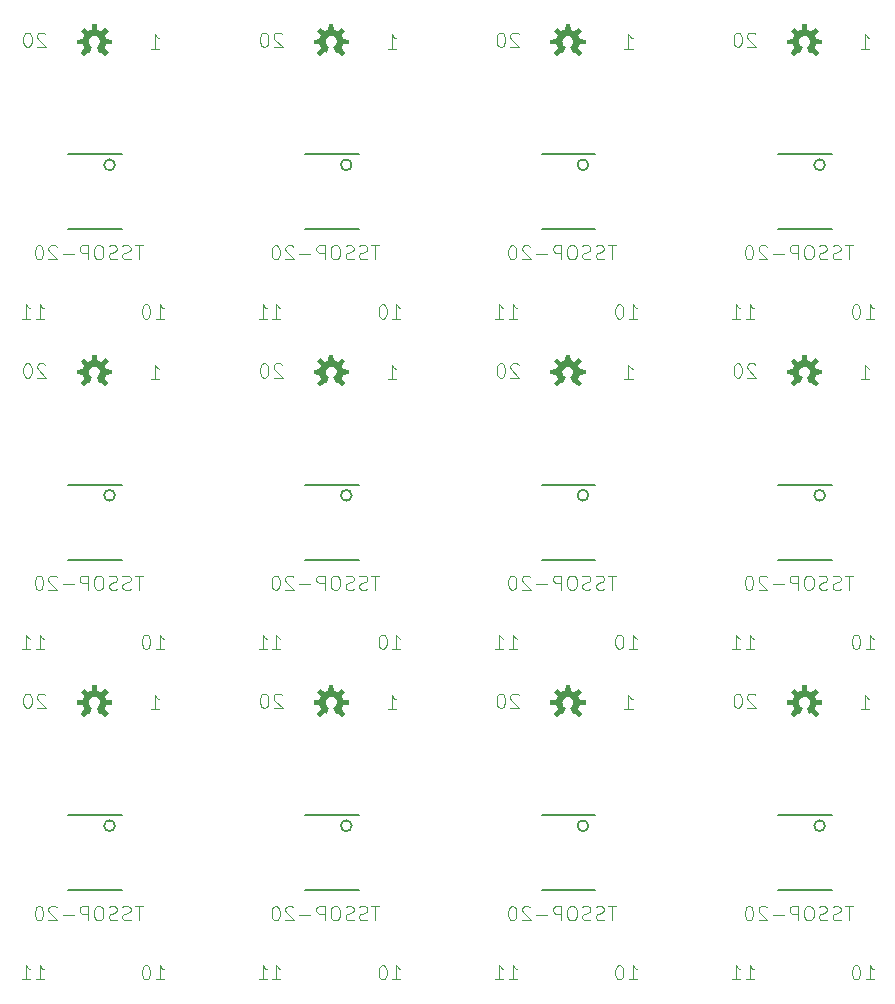
<source format=gbr>
G04 #@! TF.GenerationSoftware,KiCad,Pcbnew,5.1.5-5.1.5*
G04 #@! TF.CreationDate,2020-06-01T10:45:08+10:00*
G04 #@! TF.ProjectId,SOIC20-TSSOP20_panelized,534f4943-3230-42d5-9453-534f5032305f,rev?*
G04 #@! TF.SameCoordinates,Original*
G04 #@! TF.FileFunction,Legend,Bot*
G04 #@! TF.FilePolarity,Positive*
%FSLAX46Y46*%
G04 Gerber Fmt 4.6, Leading zero omitted, Abs format (unit mm)*
G04 Created by KiCad (PCBNEW 5.1.5-5.1.5) date 2020-06-01 10:45:08*
%MOMM*%
%LPD*%
G04 APERTURE LIST*
%ADD10C,0.101600*%
%ADD11C,0.100000*%
%ADD12C,0.152400*%
G04 APERTURE END LIST*
D10*
X204553256Y-148887556D02*
X204495804Y-148830104D01*
X204380899Y-148772651D01*
X204093637Y-148772651D01*
X203978732Y-148830104D01*
X203921280Y-148887556D01*
X203863827Y-149002461D01*
X203863827Y-149117365D01*
X203921280Y-149289723D01*
X204610708Y-149979151D01*
X203863827Y-149979151D01*
X203116946Y-148772651D02*
X203002042Y-148772651D01*
X202887137Y-148830104D01*
X202829685Y-148887556D01*
X202772232Y-149002461D01*
X202714780Y-149232270D01*
X202714780Y-149519532D01*
X202772232Y-149749342D01*
X202829685Y-149864246D01*
X202887137Y-149921699D01*
X203002042Y-149979151D01*
X203116946Y-149979151D01*
X203231851Y-149921699D01*
X203289304Y-149864246D01*
X203346756Y-149749342D01*
X203404208Y-149519532D01*
X203404208Y-149232270D01*
X203346756Y-149002461D01*
X203289304Y-148887556D01*
X203231851Y-148830104D01*
X203116946Y-148772651D01*
X204553256Y-120907554D02*
X204495804Y-120850102D01*
X204380899Y-120792649D01*
X204093637Y-120792649D01*
X203978732Y-120850102D01*
X203921280Y-120907554D01*
X203863827Y-121022459D01*
X203863827Y-121137363D01*
X203921280Y-121309721D01*
X204610708Y-121999149D01*
X203863827Y-121999149D01*
X203116946Y-120792649D02*
X203002042Y-120792649D01*
X202887137Y-120850102D01*
X202829685Y-120907554D01*
X202772232Y-121022459D01*
X202714780Y-121252268D01*
X202714780Y-121539530D01*
X202772232Y-121769340D01*
X202829685Y-121884244D01*
X202887137Y-121941697D01*
X203002042Y-121999149D01*
X203116946Y-121999149D01*
X203231851Y-121941697D01*
X203289304Y-121884244D01*
X203346756Y-121769340D01*
X203404208Y-121539530D01*
X203404208Y-121252268D01*
X203346756Y-121022459D01*
X203289304Y-120907554D01*
X203231851Y-120850102D01*
X203116946Y-120792649D01*
X204553256Y-92927552D02*
X204495804Y-92870100D01*
X204380899Y-92812647D01*
X204093637Y-92812647D01*
X203978732Y-92870100D01*
X203921280Y-92927552D01*
X203863827Y-93042457D01*
X203863827Y-93157361D01*
X203921280Y-93329719D01*
X204610708Y-94019147D01*
X203863827Y-94019147D01*
X203116946Y-92812647D02*
X203002042Y-92812647D01*
X202887137Y-92870100D01*
X202829685Y-92927552D01*
X202772232Y-93042457D01*
X202714780Y-93272266D01*
X202714780Y-93559528D01*
X202772232Y-93789338D01*
X202829685Y-93904242D01*
X202887137Y-93961695D01*
X203002042Y-94019147D01*
X203116946Y-94019147D01*
X203231851Y-93961695D01*
X203289304Y-93904242D01*
X203346756Y-93789338D01*
X203404208Y-93559528D01*
X203404208Y-93272266D01*
X203346756Y-93042457D01*
X203289304Y-92927552D01*
X203231851Y-92870100D01*
X203116946Y-92812647D01*
X184513254Y-148887556D02*
X184455802Y-148830104D01*
X184340897Y-148772651D01*
X184053635Y-148772651D01*
X183938730Y-148830104D01*
X183881278Y-148887556D01*
X183823825Y-149002461D01*
X183823825Y-149117365D01*
X183881278Y-149289723D01*
X184570706Y-149979151D01*
X183823825Y-149979151D01*
X183076944Y-148772651D02*
X182962040Y-148772651D01*
X182847135Y-148830104D01*
X182789683Y-148887556D01*
X182732230Y-149002461D01*
X182674778Y-149232270D01*
X182674778Y-149519532D01*
X182732230Y-149749342D01*
X182789683Y-149864246D01*
X182847135Y-149921699D01*
X182962040Y-149979151D01*
X183076944Y-149979151D01*
X183191849Y-149921699D01*
X183249302Y-149864246D01*
X183306754Y-149749342D01*
X183364206Y-149519532D01*
X183364206Y-149232270D01*
X183306754Y-149002461D01*
X183249302Y-148887556D01*
X183191849Y-148830104D01*
X183076944Y-148772651D01*
X184513254Y-120907554D02*
X184455802Y-120850102D01*
X184340897Y-120792649D01*
X184053635Y-120792649D01*
X183938730Y-120850102D01*
X183881278Y-120907554D01*
X183823825Y-121022459D01*
X183823825Y-121137363D01*
X183881278Y-121309721D01*
X184570706Y-121999149D01*
X183823825Y-121999149D01*
X183076944Y-120792649D02*
X182962040Y-120792649D01*
X182847135Y-120850102D01*
X182789683Y-120907554D01*
X182732230Y-121022459D01*
X182674778Y-121252268D01*
X182674778Y-121539530D01*
X182732230Y-121769340D01*
X182789683Y-121884244D01*
X182847135Y-121941697D01*
X182962040Y-121999149D01*
X183076944Y-121999149D01*
X183191849Y-121941697D01*
X183249302Y-121884244D01*
X183306754Y-121769340D01*
X183364206Y-121539530D01*
X183364206Y-121252268D01*
X183306754Y-121022459D01*
X183249302Y-120907554D01*
X183191849Y-120850102D01*
X183076944Y-120792649D01*
X184513254Y-92927552D02*
X184455802Y-92870100D01*
X184340897Y-92812647D01*
X184053635Y-92812647D01*
X183938730Y-92870100D01*
X183881278Y-92927552D01*
X183823825Y-93042457D01*
X183823825Y-93157361D01*
X183881278Y-93329719D01*
X184570706Y-94019147D01*
X183823825Y-94019147D01*
X183076944Y-92812647D02*
X182962040Y-92812647D01*
X182847135Y-92870100D01*
X182789683Y-92927552D01*
X182732230Y-93042457D01*
X182674778Y-93272266D01*
X182674778Y-93559528D01*
X182732230Y-93789338D01*
X182789683Y-93904242D01*
X182847135Y-93961695D01*
X182962040Y-94019147D01*
X183076944Y-94019147D01*
X183191849Y-93961695D01*
X183249302Y-93904242D01*
X183306754Y-93789338D01*
X183364206Y-93559528D01*
X183364206Y-93272266D01*
X183306754Y-93042457D01*
X183249302Y-92927552D01*
X183191849Y-92870100D01*
X183076944Y-92812647D01*
X164473252Y-148887556D02*
X164415800Y-148830104D01*
X164300895Y-148772651D01*
X164013633Y-148772651D01*
X163898728Y-148830104D01*
X163841276Y-148887556D01*
X163783823Y-149002461D01*
X163783823Y-149117365D01*
X163841276Y-149289723D01*
X164530704Y-149979151D01*
X163783823Y-149979151D01*
X163036942Y-148772651D02*
X162922038Y-148772651D01*
X162807133Y-148830104D01*
X162749681Y-148887556D01*
X162692228Y-149002461D01*
X162634776Y-149232270D01*
X162634776Y-149519532D01*
X162692228Y-149749342D01*
X162749681Y-149864246D01*
X162807133Y-149921699D01*
X162922038Y-149979151D01*
X163036942Y-149979151D01*
X163151847Y-149921699D01*
X163209300Y-149864246D01*
X163266752Y-149749342D01*
X163324204Y-149519532D01*
X163324204Y-149232270D01*
X163266752Y-149002461D01*
X163209300Y-148887556D01*
X163151847Y-148830104D01*
X163036942Y-148772651D01*
X164473252Y-120907554D02*
X164415800Y-120850102D01*
X164300895Y-120792649D01*
X164013633Y-120792649D01*
X163898728Y-120850102D01*
X163841276Y-120907554D01*
X163783823Y-121022459D01*
X163783823Y-121137363D01*
X163841276Y-121309721D01*
X164530704Y-121999149D01*
X163783823Y-121999149D01*
X163036942Y-120792649D02*
X162922038Y-120792649D01*
X162807133Y-120850102D01*
X162749681Y-120907554D01*
X162692228Y-121022459D01*
X162634776Y-121252268D01*
X162634776Y-121539530D01*
X162692228Y-121769340D01*
X162749681Y-121884244D01*
X162807133Y-121941697D01*
X162922038Y-121999149D01*
X163036942Y-121999149D01*
X163151847Y-121941697D01*
X163209300Y-121884244D01*
X163266752Y-121769340D01*
X163324204Y-121539530D01*
X163324204Y-121252268D01*
X163266752Y-121022459D01*
X163209300Y-120907554D01*
X163151847Y-120850102D01*
X163036942Y-120792649D01*
X164473252Y-92927552D02*
X164415800Y-92870100D01*
X164300895Y-92812647D01*
X164013633Y-92812647D01*
X163898728Y-92870100D01*
X163841276Y-92927552D01*
X163783823Y-93042457D01*
X163783823Y-93157361D01*
X163841276Y-93329719D01*
X164530704Y-94019147D01*
X163783823Y-94019147D01*
X163036942Y-92812647D02*
X162922038Y-92812647D01*
X162807133Y-92870100D01*
X162749681Y-92927552D01*
X162692228Y-93042457D01*
X162634776Y-93272266D01*
X162634776Y-93559528D01*
X162692228Y-93789338D01*
X162749681Y-93904242D01*
X162807133Y-93961695D01*
X162922038Y-94019147D01*
X163036942Y-94019147D01*
X163151847Y-93961695D01*
X163209300Y-93904242D01*
X163266752Y-93789338D01*
X163324204Y-93559528D01*
X163324204Y-93272266D01*
X163266752Y-93042457D01*
X163209300Y-92927552D01*
X163151847Y-92870100D01*
X163036942Y-92812647D01*
X144433250Y-148887556D02*
X144375798Y-148830104D01*
X144260893Y-148772651D01*
X143973631Y-148772651D01*
X143858726Y-148830104D01*
X143801274Y-148887556D01*
X143743821Y-149002461D01*
X143743821Y-149117365D01*
X143801274Y-149289723D01*
X144490702Y-149979151D01*
X143743821Y-149979151D01*
X142996940Y-148772651D02*
X142882036Y-148772651D01*
X142767131Y-148830104D01*
X142709679Y-148887556D01*
X142652226Y-149002461D01*
X142594774Y-149232270D01*
X142594774Y-149519532D01*
X142652226Y-149749342D01*
X142709679Y-149864246D01*
X142767131Y-149921699D01*
X142882036Y-149979151D01*
X142996940Y-149979151D01*
X143111845Y-149921699D01*
X143169298Y-149864246D01*
X143226750Y-149749342D01*
X143284202Y-149519532D01*
X143284202Y-149232270D01*
X143226750Y-149002461D01*
X143169298Y-148887556D01*
X143111845Y-148830104D01*
X142996940Y-148772651D01*
X144433250Y-120907554D02*
X144375798Y-120850102D01*
X144260893Y-120792649D01*
X143973631Y-120792649D01*
X143858726Y-120850102D01*
X143801274Y-120907554D01*
X143743821Y-121022459D01*
X143743821Y-121137363D01*
X143801274Y-121309721D01*
X144490702Y-121999149D01*
X143743821Y-121999149D01*
X142996940Y-120792649D02*
X142882036Y-120792649D01*
X142767131Y-120850102D01*
X142709679Y-120907554D01*
X142652226Y-121022459D01*
X142594774Y-121252268D01*
X142594774Y-121539530D01*
X142652226Y-121769340D01*
X142709679Y-121884244D01*
X142767131Y-121941697D01*
X142882036Y-121999149D01*
X142996940Y-121999149D01*
X143111845Y-121941697D01*
X143169298Y-121884244D01*
X143226750Y-121769340D01*
X143284202Y-121539530D01*
X143284202Y-121252268D01*
X143226750Y-121022459D01*
X143169298Y-120907554D01*
X143111845Y-120850102D01*
X142996940Y-120792649D01*
X203736827Y-172966151D02*
X204426256Y-172966151D01*
X204081542Y-172966151D02*
X204081542Y-171759651D01*
X204196446Y-171932008D01*
X204311351Y-172046913D01*
X204426256Y-172104365D01*
X202587780Y-172966151D02*
X203277208Y-172966151D01*
X202932494Y-172966151D02*
X202932494Y-171759651D01*
X203047399Y-171932008D01*
X203162304Y-172046913D01*
X203277208Y-172104365D01*
X203736827Y-144986149D02*
X204426256Y-144986149D01*
X204081542Y-144986149D02*
X204081542Y-143779649D01*
X204196446Y-143952006D01*
X204311351Y-144066911D01*
X204426256Y-144124363D01*
X202587780Y-144986149D02*
X203277208Y-144986149D01*
X202932494Y-144986149D02*
X202932494Y-143779649D01*
X203047399Y-143952006D01*
X203162304Y-144066911D01*
X203277208Y-144124363D01*
X203736827Y-117006147D02*
X204426256Y-117006147D01*
X204081542Y-117006147D02*
X204081542Y-115799647D01*
X204196446Y-115972004D01*
X204311351Y-116086909D01*
X204426256Y-116144361D01*
X202587780Y-117006147D02*
X203277208Y-117006147D01*
X202932494Y-117006147D02*
X202932494Y-115799647D01*
X203047399Y-115972004D01*
X203162304Y-116086909D01*
X203277208Y-116144361D01*
X183696825Y-172966151D02*
X184386254Y-172966151D01*
X184041540Y-172966151D02*
X184041540Y-171759651D01*
X184156444Y-171932008D01*
X184271349Y-172046913D01*
X184386254Y-172104365D01*
X182547778Y-172966151D02*
X183237206Y-172966151D01*
X182892492Y-172966151D02*
X182892492Y-171759651D01*
X183007397Y-171932008D01*
X183122302Y-172046913D01*
X183237206Y-172104365D01*
X183696825Y-144986149D02*
X184386254Y-144986149D01*
X184041540Y-144986149D02*
X184041540Y-143779649D01*
X184156444Y-143952006D01*
X184271349Y-144066911D01*
X184386254Y-144124363D01*
X182547778Y-144986149D02*
X183237206Y-144986149D01*
X182892492Y-144986149D02*
X182892492Y-143779649D01*
X183007397Y-143952006D01*
X183122302Y-144066911D01*
X183237206Y-144124363D01*
X183696825Y-117006147D02*
X184386254Y-117006147D01*
X184041540Y-117006147D02*
X184041540Y-115799647D01*
X184156444Y-115972004D01*
X184271349Y-116086909D01*
X184386254Y-116144361D01*
X182547778Y-117006147D02*
X183237206Y-117006147D01*
X182892492Y-117006147D02*
X182892492Y-115799647D01*
X183007397Y-115972004D01*
X183122302Y-116086909D01*
X183237206Y-116144361D01*
X163656823Y-172966151D02*
X164346252Y-172966151D01*
X164001538Y-172966151D02*
X164001538Y-171759651D01*
X164116442Y-171932008D01*
X164231347Y-172046913D01*
X164346252Y-172104365D01*
X162507776Y-172966151D02*
X163197204Y-172966151D01*
X162852490Y-172966151D02*
X162852490Y-171759651D01*
X162967395Y-171932008D01*
X163082300Y-172046913D01*
X163197204Y-172104365D01*
X163656823Y-144986149D02*
X164346252Y-144986149D01*
X164001538Y-144986149D02*
X164001538Y-143779649D01*
X164116442Y-143952006D01*
X164231347Y-144066911D01*
X164346252Y-144124363D01*
X162507776Y-144986149D02*
X163197204Y-144986149D01*
X162852490Y-144986149D02*
X162852490Y-143779649D01*
X162967395Y-143952006D01*
X163082300Y-144066911D01*
X163197204Y-144124363D01*
X163656823Y-117006147D02*
X164346252Y-117006147D01*
X164001538Y-117006147D02*
X164001538Y-115799647D01*
X164116442Y-115972004D01*
X164231347Y-116086909D01*
X164346252Y-116144361D01*
X162507776Y-117006147D02*
X163197204Y-117006147D01*
X162852490Y-117006147D02*
X162852490Y-115799647D01*
X162967395Y-115972004D01*
X163082300Y-116086909D01*
X163197204Y-116144361D01*
X143616821Y-172966151D02*
X144306250Y-172966151D01*
X143961536Y-172966151D02*
X143961536Y-171759651D01*
X144076440Y-171932008D01*
X144191345Y-172046913D01*
X144306250Y-172104365D01*
X142467774Y-172966151D02*
X143157202Y-172966151D01*
X142812488Y-172966151D02*
X142812488Y-171759651D01*
X142927393Y-171932008D01*
X143042298Y-172046913D01*
X143157202Y-172104365D01*
X143616821Y-144986149D02*
X144306250Y-144986149D01*
X143961536Y-144986149D02*
X143961536Y-143779649D01*
X144076440Y-143952006D01*
X144191345Y-144066911D01*
X144306250Y-144124363D01*
X142467774Y-144986149D02*
X143157202Y-144986149D01*
X142812488Y-144986149D02*
X142812488Y-143779649D01*
X142927393Y-143952006D01*
X143042298Y-144066911D01*
X143157202Y-144124363D01*
X213896827Y-172966151D02*
X214586256Y-172966151D01*
X214241542Y-172966151D02*
X214241542Y-171759651D01*
X214356446Y-171932008D01*
X214471351Y-172046913D01*
X214586256Y-172104365D01*
X213149946Y-171759651D02*
X213035042Y-171759651D01*
X212920137Y-171817104D01*
X212862685Y-171874556D01*
X212805232Y-171989461D01*
X212747780Y-172219270D01*
X212747780Y-172506532D01*
X212805232Y-172736342D01*
X212862685Y-172851246D01*
X212920137Y-172908699D01*
X213035042Y-172966151D01*
X213149946Y-172966151D01*
X213264851Y-172908699D01*
X213322304Y-172851246D01*
X213379756Y-172736342D01*
X213437208Y-172506532D01*
X213437208Y-172219270D01*
X213379756Y-171989461D01*
X213322304Y-171874556D01*
X213264851Y-171817104D01*
X213149946Y-171759651D01*
X213896827Y-144986149D02*
X214586256Y-144986149D01*
X214241542Y-144986149D02*
X214241542Y-143779649D01*
X214356446Y-143952006D01*
X214471351Y-144066911D01*
X214586256Y-144124363D01*
X213149946Y-143779649D02*
X213035042Y-143779649D01*
X212920137Y-143837102D01*
X212862685Y-143894554D01*
X212805232Y-144009459D01*
X212747780Y-144239268D01*
X212747780Y-144526530D01*
X212805232Y-144756340D01*
X212862685Y-144871244D01*
X212920137Y-144928697D01*
X213035042Y-144986149D01*
X213149946Y-144986149D01*
X213264851Y-144928697D01*
X213322304Y-144871244D01*
X213379756Y-144756340D01*
X213437208Y-144526530D01*
X213437208Y-144239268D01*
X213379756Y-144009459D01*
X213322304Y-143894554D01*
X213264851Y-143837102D01*
X213149946Y-143779649D01*
X213896827Y-117006147D02*
X214586256Y-117006147D01*
X214241542Y-117006147D02*
X214241542Y-115799647D01*
X214356446Y-115972004D01*
X214471351Y-116086909D01*
X214586256Y-116144361D01*
X213149946Y-115799647D02*
X213035042Y-115799647D01*
X212920137Y-115857100D01*
X212862685Y-115914552D01*
X212805232Y-116029457D01*
X212747780Y-116259266D01*
X212747780Y-116546528D01*
X212805232Y-116776338D01*
X212862685Y-116891242D01*
X212920137Y-116948695D01*
X213035042Y-117006147D01*
X213149946Y-117006147D01*
X213264851Y-116948695D01*
X213322304Y-116891242D01*
X213379756Y-116776338D01*
X213437208Y-116546528D01*
X213437208Y-116259266D01*
X213379756Y-116029457D01*
X213322304Y-115914552D01*
X213264851Y-115857100D01*
X213149946Y-115799647D01*
X193856825Y-172966151D02*
X194546254Y-172966151D01*
X194201540Y-172966151D02*
X194201540Y-171759651D01*
X194316444Y-171932008D01*
X194431349Y-172046913D01*
X194546254Y-172104365D01*
X193109944Y-171759651D02*
X192995040Y-171759651D01*
X192880135Y-171817104D01*
X192822683Y-171874556D01*
X192765230Y-171989461D01*
X192707778Y-172219270D01*
X192707778Y-172506532D01*
X192765230Y-172736342D01*
X192822683Y-172851246D01*
X192880135Y-172908699D01*
X192995040Y-172966151D01*
X193109944Y-172966151D01*
X193224849Y-172908699D01*
X193282302Y-172851246D01*
X193339754Y-172736342D01*
X193397206Y-172506532D01*
X193397206Y-172219270D01*
X193339754Y-171989461D01*
X193282302Y-171874556D01*
X193224849Y-171817104D01*
X193109944Y-171759651D01*
X193856825Y-144986149D02*
X194546254Y-144986149D01*
X194201540Y-144986149D02*
X194201540Y-143779649D01*
X194316444Y-143952006D01*
X194431349Y-144066911D01*
X194546254Y-144124363D01*
X193109944Y-143779649D02*
X192995040Y-143779649D01*
X192880135Y-143837102D01*
X192822683Y-143894554D01*
X192765230Y-144009459D01*
X192707778Y-144239268D01*
X192707778Y-144526530D01*
X192765230Y-144756340D01*
X192822683Y-144871244D01*
X192880135Y-144928697D01*
X192995040Y-144986149D01*
X193109944Y-144986149D01*
X193224849Y-144928697D01*
X193282302Y-144871244D01*
X193339754Y-144756340D01*
X193397206Y-144526530D01*
X193397206Y-144239268D01*
X193339754Y-144009459D01*
X193282302Y-143894554D01*
X193224849Y-143837102D01*
X193109944Y-143779649D01*
X193856825Y-117006147D02*
X194546254Y-117006147D01*
X194201540Y-117006147D02*
X194201540Y-115799647D01*
X194316444Y-115972004D01*
X194431349Y-116086909D01*
X194546254Y-116144361D01*
X193109944Y-115799647D02*
X192995040Y-115799647D01*
X192880135Y-115857100D01*
X192822683Y-115914552D01*
X192765230Y-116029457D01*
X192707778Y-116259266D01*
X192707778Y-116546528D01*
X192765230Y-116776338D01*
X192822683Y-116891242D01*
X192880135Y-116948695D01*
X192995040Y-117006147D01*
X193109944Y-117006147D01*
X193224849Y-116948695D01*
X193282302Y-116891242D01*
X193339754Y-116776338D01*
X193397206Y-116546528D01*
X193397206Y-116259266D01*
X193339754Y-116029457D01*
X193282302Y-115914552D01*
X193224849Y-115857100D01*
X193109944Y-115799647D01*
X173816823Y-172966151D02*
X174506252Y-172966151D01*
X174161538Y-172966151D02*
X174161538Y-171759651D01*
X174276442Y-171932008D01*
X174391347Y-172046913D01*
X174506252Y-172104365D01*
X173069942Y-171759651D02*
X172955038Y-171759651D01*
X172840133Y-171817104D01*
X172782681Y-171874556D01*
X172725228Y-171989461D01*
X172667776Y-172219270D01*
X172667776Y-172506532D01*
X172725228Y-172736342D01*
X172782681Y-172851246D01*
X172840133Y-172908699D01*
X172955038Y-172966151D01*
X173069942Y-172966151D01*
X173184847Y-172908699D01*
X173242300Y-172851246D01*
X173299752Y-172736342D01*
X173357204Y-172506532D01*
X173357204Y-172219270D01*
X173299752Y-171989461D01*
X173242300Y-171874556D01*
X173184847Y-171817104D01*
X173069942Y-171759651D01*
X173816823Y-144986149D02*
X174506252Y-144986149D01*
X174161538Y-144986149D02*
X174161538Y-143779649D01*
X174276442Y-143952006D01*
X174391347Y-144066911D01*
X174506252Y-144124363D01*
X173069942Y-143779649D02*
X172955038Y-143779649D01*
X172840133Y-143837102D01*
X172782681Y-143894554D01*
X172725228Y-144009459D01*
X172667776Y-144239268D01*
X172667776Y-144526530D01*
X172725228Y-144756340D01*
X172782681Y-144871244D01*
X172840133Y-144928697D01*
X172955038Y-144986149D01*
X173069942Y-144986149D01*
X173184847Y-144928697D01*
X173242300Y-144871244D01*
X173299752Y-144756340D01*
X173357204Y-144526530D01*
X173357204Y-144239268D01*
X173299752Y-144009459D01*
X173242300Y-143894554D01*
X173184847Y-143837102D01*
X173069942Y-143779649D01*
X173816823Y-117006147D02*
X174506252Y-117006147D01*
X174161538Y-117006147D02*
X174161538Y-115799647D01*
X174276442Y-115972004D01*
X174391347Y-116086909D01*
X174506252Y-116144361D01*
X173069942Y-115799647D02*
X172955038Y-115799647D01*
X172840133Y-115857100D01*
X172782681Y-115914552D01*
X172725228Y-116029457D01*
X172667776Y-116259266D01*
X172667776Y-116546528D01*
X172725228Y-116776338D01*
X172782681Y-116891242D01*
X172840133Y-116948695D01*
X172955038Y-117006147D01*
X173069942Y-117006147D01*
X173184847Y-116948695D01*
X173242300Y-116891242D01*
X173299752Y-116776338D01*
X173357204Y-116546528D01*
X173357204Y-116259266D01*
X173299752Y-116029457D01*
X173242300Y-115914552D01*
X173184847Y-115857100D01*
X173069942Y-115799647D01*
X153776821Y-172966151D02*
X154466250Y-172966151D01*
X154121536Y-172966151D02*
X154121536Y-171759651D01*
X154236440Y-171932008D01*
X154351345Y-172046913D01*
X154466250Y-172104365D01*
X153029940Y-171759651D02*
X152915036Y-171759651D01*
X152800131Y-171817104D01*
X152742679Y-171874556D01*
X152685226Y-171989461D01*
X152627774Y-172219270D01*
X152627774Y-172506532D01*
X152685226Y-172736342D01*
X152742679Y-172851246D01*
X152800131Y-172908699D01*
X152915036Y-172966151D01*
X153029940Y-172966151D01*
X153144845Y-172908699D01*
X153202298Y-172851246D01*
X153259750Y-172736342D01*
X153317202Y-172506532D01*
X153317202Y-172219270D01*
X153259750Y-171989461D01*
X153202298Y-171874556D01*
X153144845Y-171817104D01*
X153029940Y-171759651D01*
X153776821Y-144986149D02*
X154466250Y-144986149D01*
X154121536Y-144986149D02*
X154121536Y-143779649D01*
X154236440Y-143952006D01*
X154351345Y-144066911D01*
X154466250Y-144124363D01*
X153029940Y-143779649D02*
X152915036Y-143779649D01*
X152800131Y-143837102D01*
X152742679Y-143894554D01*
X152685226Y-144009459D01*
X152627774Y-144239268D01*
X152627774Y-144526530D01*
X152685226Y-144756340D01*
X152742679Y-144871244D01*
X152800131Y-144928697D01*
X152915036Y-144986149D01*
X153029940Y-144986149D01*
X153144845Y-144928697D01*
X153202298Y-144871244D01*
X153259750Y-144756340D01*
X153317202Y-144526530D01*
X153317202Y-144239268D01*
X153259750Y-144009459D01*
X153202298Y-143894554D01*
X153144845Y-143837102D01*
X153029940Y-143779649D01*
X213515827Y-150106151D02*
X214205256Y-150106151D01*
X213860542Y-150106151D02*
X213860542Y-148899651D01*
X213975446Y-149072008D01*
X214090351Y-149186913D01*
X214205256Y-149244365D01*
X213515827Y-122126149D02*
X214205256Y-122126149D01*
X213860542Y-122126149D02*
X213860542Y-120919649D01*
X213975446Y-121092006D01*
X214090351Y-121206911D01*
X214205256Y-121264363D01*
X213515827Y-94146147D02*
X214205256Y-94146147D01*
X213860542Y-94146147D02*
X213860542Y-92939647D01*
X213975446Y-93112004D01*
X214090351Y-93226909D01*
X214205256Y-93284361D01*
X193475825Y-150106151D02*
X194165254Y-150106151D01*
X193820540Y-150106151D02*
X193820540Y-148899651D01*
X193935444Y-149072008D01*
X194050349Y-149186913D01*
X194165254Y-149244365D01*
X193475825Y-122126149D02*
X194165254Y-122126149D01*
X193820540Y-122126149D02*
X193820540Y-120919649D01*
X193935444Y-121092006D01*
X194050349Y-121206911D01*
X194165254Y-121264363D01*
X193475825Y-94146147D02*
X194165254Y-94146147D01*
X193820540Y-94146147D02*
X193820540Y-92939647D01*
X193935444Y-93112004D01*
X194050349Y-93226909D01*
X194165254Y-93284361D01*
X173435823Y-150106151D02*
X174125252Y-150106151D01*
X173780538Y-150106151D02*
X173780538Y-148899651D01*
X173895442Y-149072008D01*
X174010347Y-149186913D01*
X174125252Y-149244365D01*
X173435823Y-122126149D02*
X174125252Y-122126149D01*
X173780538Y-122126149D02*
X173780538Y-120919649D01*
X173895442Y-121092006D01*
X174010347Y-121206911D01*
X174125252Y-121264363D01*
X173435823Y-94146147D02*
X174125252Y-94146147D01*
X173780538Y-94146147D02*
X173780538Y-92939647D01*
X173895442Y-93112004D01*
X174010347Y-93226909D01*
X174125252Y-93284361D01*
X153395821Y-150106151D02*
X154085250Y-150106151D01*
X153740536Y-150106151D02*
X153740536Y-148899651D01*
X153855440Y-149072008D01*
X153970345Y-149186913D01*
X154085250Y-149244365D01*
X153395821Y-122126149D02*
X154085250Y-122126149D01*
X153740536Y-122126149D02*
X153740536Y-120919649D01*
X153855440Y-121092006D01*
X153970345Y-121206911D01*
X154085250Y-121264363D01*
X212821561Y-166755851D02*
X212132132Y-166755851D01*
X212476846Y-167962351D02*
X212476846Y-166755851D01*
X211787418Y-167904899D02*
X211615061Y-167962351D01*
X211327799Y-167962351D01*
X211212894Y-167904899D01*
X211155442Y-167847446D01*
X211097989Y-167732542D01*
X211097989Y-167617637D01*
X211155442Y-167502732D01*
X211212894Y-167445280D01*
X211327799Y-167387827D01*
X211557608Y-167330375D01*
X211672513Y-167272923D01*
X211729966Y-167215470D01*
X211787418Y-167100565D01*
X211787418Y-166985661D01*
X211729966Y-166870756D01*
X211672513Y-166813304D01*
X211557608Y-166755851D01*
X211270346Y-166755851D01*
X211097989Y-166813304D01*
X210638370Y-167904899D02*
X210466013Y-167962351D01*
X210178751Y-167962351D01*
X210063846Y-167904899D01*
X210006394Y-167847446D01*
X209948942Y-167732542D01*
X209948942Y-167617637D01*
X210006394Y-167502732D01*
X210063846Y-167445280D01*
X210178751Y-167387827D01*
X210408561Y-167330375D01*
X210523466Y-167272923D01*
X210580918Y-167215470D01*
X210638370Y-167100565D01*
X210638370Y-166985661D01*
X210580918Y-166870756D01*
X210523466Y-166813304D01*
X210408561Y-166755851D01*
X210121299Y-166755851D01*
X209948942Y-166813304D01*
X209202061Y-166755851D02*
X208972251Y-166755851D01*
X208857346Y-166813304D01*
X208742442Y-166928208D01*
X208684989Y-167158018D01*
X208684989Y-167560184D01*
X208742442Y-167789994D01*
X208857346Y-167904899D01*
X208972251Y-167962351D01*
X209202061Y-167962351D01*
X209316966Y-167904899D01*
X209431870Y-167789994D01*
X209489323Y-167560184D01*
X209489323Y-167158018D01*
X209431870Y-166928208D01*
X209316966Y-166813304D01*
X209202061Y-166755851D01*
X208167918Y-167962351D02*
X208167918Y-166755851D01*
X207708299Y-166755851D01*
X207593394Y-166813304D01*
X207535942Y-166870756D01*
X207478489Y-166985661D01*
X207478489Y-167158018D01*
X207535942Y-167272923D01*
X207593394Y-167330375D01*
X207708299Y-167387827D01*
X208167918Y-167387827D01*
X206961418Y-167502732D02*
X206042180Y-167502732D01*
X205525108Y-166870756D02*
X205467656Y-166813304D01*
X205352751Y-166755851D01*
X205065489Y-166755851D01*
X204950585Y-166813304D01*
X204893132Y-166870756D01*
X204835680Y-166985661D01*
X204835680Y-167100565D01*
X204893132Y-167272923D01*
X205582561Y-167962351D01*
X204835680Y-167962351D01*
X204088799Y-166755851D02*
X203973894Y-166755851D01*
X203858989Y-166813304D01*
X203801537Y-166870756D01*
X203744085Y-166985661D01*
X203686632Y-167215470D01*
X203686632Y-167502732D01*
X203744085Y-167732542D01*
X203801537Y-167847446D01*
X203858989Y-167904899D01*
X203973894Y-167962351D01*
X204088799Y-167962351D01*
X204203704Y-167904899D01*
X204261156Y-167847446D01*
X204318608Y-167732542D01*
X204376061Y-167502732D01*
X204376061Y-167215470D01*
X204318608Y-166985661D01*
X204261156Y-166870756D01*
X204203704Y-166813304D01*
X204088799Y-166755851D01*
X212821561Y-138775849D02*
X212132132Y-138775849D01*
X212476846Y-139982349D02*
X212476846Y-138775849D01*
X211787418Y-139924897D02*
X211615061Y-139982349D01*
X211327799Y-139982349D01*
X211212894Y-139924897D01*
X211155442Y-139867444D01*
X211097989Y-139752540D01*
X211097989Y-139637635D01*
X211155442Y-139522730D01*
X211212894Y-139465278D01*
X211327799Y-139407825D01*
X211557608Y-139350373D01*
X211672513Y-139292921D01*
X211729966Y-139235468D01*
X211787418Y-139120563D01*
X211787418Y-139005659D01*
X211729966Y-138890754D01*
X211672513Y-138833302D01*
X211557608Y-138775849D01*
X211270346Y-138775849D01*
X211097989Y-138833302D01*
X210638370Y-139924897D02*
X210466013Y-139982349D01*
X210178751Y-139982349D01*
X210063846Y-139924897D01*
X210006394Y-139867444D01*
X209948942Y-139752540D01*
X209948942Y-139637635D01*
X210006394Y-139522730D01*
X210063846Y-139465278D01*
X210178751Y-139407825D01*
X210408561Y-139350373D01*
X210523466Y-139292921D01*
X210580918Y-139235468D01*
X210638370Y-139120563D01*
X210638370Y-139005659D01*
X210580918Y-138890754D01*
X210523466Y-138833302D01*
X210408561Y-138775849D01*
X210121299Y-138775849D01*
X209948942Y-138833302D01*
X209202061Y-138775849D02*
X208972251Y-138775849D01*
X208857346Y-138833302D01*
X208742442Y-138948206D01*
X208684989Y-139178016D01*
X208684989Y-139580182D01*
X208742442Y-139809992D01*
X208857346Y-139924897D01*
X208972251Y-139982349D01*
X209202061Y-139982349D01*
X209316966Y-139924897D01*
X209431870Y-139809992D01*
X209489323Y-139580182D01*
X209489323Y-139178016D01*
X209431870Y-138948206D01*
X209316966Y-138833302D01*
X209202061Y-138775849D01*
X208167918Y-139982349D02*
X208167918Y-138775849D01*
X207708299Y-138775849D01*
X207593394Y-138833302D01*
X207535942Y-138890754D01*
X207478489Y-139005659D01*
X207478489Y-139178016D01*
X207535942Y-139292921D01*
X207593394Y-139350373D01*
X207708299Y-139407825D01*
X208167918Y-139407825D01*
X206961418Y-139522730D02*
X206042180Y-139522730D01*
X205525108Y-138890754D02*
X205467656Y-138833302D01*
X205352751Y-138775849D01*
X205065489Y-138775849D01*
X204950585Y-138833302D01*
X204893132Y-138890754D01*
X204835680Y-139005659D01*
X204835680Y-139120563D01*
X204893132Y-139292921D01*
X205582561Y-139982349D01*
X204835680Y-139982349D01*
X204088799Y-138775849D02*
X203973894Y-138775849D01*
X203858989Y-138833302D01*
X203801537Y-138890754D01*
X203744085Y-139005659D01*
X203686632Y-139235468D01*
X203686632Y-139522730D01*
X203744085Y-139752540D01*
X203801537Y-139867444D01*
X203858989Y-139924897D01*
X203973894Y-139982349D01*
X204088799Y-139982349D01*
X204203704Y-139924897D01*
X204261156Y-139867444D01*
X204318608Y-139752540D01*
X204376061Y-139522730D01*
X204376061Y-139235468D01*
X204318608Y-139005659D01*
X204261156Y-138890754D01*
X204203704Y-138833302D01*
X204088799Y-138775849D01*
X212821561Y-110795847D02*
X212132132Y-110795847D01*
X212476846Y-112002347D02*
X212476846Y-110795847D01*
X211787418Y-111944895D02*
X211615061Y-112002347D01*
X211327799Y-112002347D01*
X211212894Y-111944895D01*
X211155442Y-111887442D01*
X211097989Y-111772538D01*
X211097989Y-111657633D01*
X211155442Y-111542728D01*
X211212894Y-111485276D01*
X211327799Y-111427823D01*
X211557608Y-111370371D01*
X211672513Y-111312919D01*
X211729966Y-111255466D01*
X211787418Y-111140561D01*
X211787418Y-111025657D01*
X211729966Y-110910752D01*
X211672513Y-110853300D01*
X211557608Y-110795847D01*
X211270346Y-110795847D01*
X211097989Y-110853300D01*
X210638370Y-111944895D02*
X210466013Y-112002347D01*
X210178751Y-112002347D01*
X210063846Y-111944895D01*
X210006394Y-111887442D01*
X209948942Y-111772538D01*
X209948942Y-111657633D01*
X210006394Y-111542728D01*
X210063846Y-111485276D01*
X210178751Y-111427823D01*
X210408561Y-111370371D01*
X210523466Y-111312919D01*
X210580918Y-111255466D01*
X210638370Y-111140561D01*
X210638370Y-111025657D01*
X210580918Y-110910752D01*
X210523466Y-110853300D01*
X210408561Y-110795847D01*
X210121299Y-110795847D01*
X209948942Y-110853300D01*
X209202061Y-110795847D02*
X208972251Y-110795847D01*
X208857346Y-110853300D01*
X208742442Y-110968204D01*
X208684989Y-111198014D01*
X208684989Y-111600180D01*
X208742442Y-111829990D01*
X208857346Y-111944895D01*
X208972251Y-112002347D01*
X209202061Y-112002347D01*
X209316966Y-111944895D01*
X209431870Y-111829990D01*
X209489323Y-111600180D01*
X209489323Y-111198014D01*
X209431870Y-110968204D01*
X209316966Y-110853300D01*
X209202061Y-110795847D01*
X208167918Y-112002347D02*
X208167918Y-110795847D01*
X207708299Y-110795847D01*
X207593394Y-110853300D01*
X207535942Y-110910752D01*
X207478489Y-111025657D01*
X207478489Y-111198014D01*
X207535942Y-111312919D01*
X207593394Y-111370371D01*
X207708299Y-111427823D01*
X208167918Y-111427823D01*
X206961418Y-111542728D02*
X206042180Y-111542728D01*
X205525108Y-110910752D02*
X205467656Y-110853300D01*
X205352751Y-110795847D01*
X205065489Y-110795847D01*
X204950585Y-110853300D01*
X204893132Y-110910752D01*
X204835680Y-111025657D01*
X204835680Y-111140561D01*
X204893132Y-111312919D01*
X205582561Y-112002347D01*
X204835680Y-112002347D01*
X204088799Y-110795847D02*
X203973894Y-110795847D01*
X203858989Y-110853300D01*
X203801537Y-110910752D01*
X203744085Y-111025657D01*
X203686632Y-111255466D01*
X203686632Y-111542728D01*
X203744085Y-111772538D01*
X203801537Y-111887442D01*
X203858989Y-111944895D01*
X203973894Y-112002347D01*
X204088799Y-112002347D01*
X204203704Y-111944895D01*
X204261156Y-111887442D01*
X204318608Y-111772538D01*
X204376061Y-111542728D01*
X204376061Y-111255466D01*
X204318608Y-111025657D01*
X204261156Y-110910752D01*
X204203704Y-110853300D01*
X204088799Y-110795847D01*
X192781559Y-166755851D02*
X192092130Y-166755851D01*
X192436844Y-167962351D02*
X192436844Y-166755851D01*
X191747416Y-167904899D02*
X191575059Y-167962351D01*
X191287797Y-167962351D01*
X191172892Y-167904899D01*
X191115440Y-167847446D01*
X191057987Y-167732542D01*
X191057987Y-167617637D01*
X191115440Y-167502732D01*
X191172892Y-167445280D01*
X191287797Y-167387827D01*
X191517606Y-167330375D01*
X191632511Y-167272923D01*
X191689964Y-167215470D01*
X191747416Y-167100565D01*
X191747416Y-166985661D01*
X191689964Y-166870756D01*
X191632511Y-166813304D01*
X191517606Y-166755851D01*
X191230344Y-166755851D01*
X191057987Y-166813304D01*
X190598368Y-167904899D02*
X190426011Y-167962351D01*
X190138749Y-167962351D01*
X190023844Y-167904899D01*
X189966392Y-167847446D01*
X189908940Y-167732542D01*
X189908940Y-167617637D01*
X189966392Y-167502732D01*
X190023844Y-167445280D01*
X190138749Y-167387827D01*
X190368559Y-167330375D01*
X190483464Y-167272923D01*
X190540916Y-167215470D01*
X190598368Y-167100565D01*
X190598368Y-166985661D01*
X190540916Y-166870756D01*
X190483464Y-166813304D01*
X190368559Y-166755851D01*
X190081297Y-166755851D01*
X189908940Y-166813304D01*
X189162059Y-166755851D02*
X188932249Y-166755851D01*
X188817344Y-166813304D01*
X188702440Y-166928208D01*
X188644987Y-167158018D01*
X188644987Y-167560184D01*
X188702440Y-167789994D01*
X188817344Y-167904899D01*
X188932249Y-167962351D01*
X189162059Y-167962351D01*
X189276964Y-167904899D01*
X189391868Y-167789994D01*
X189449321Y-167560184D01*
X189449321Y-167158018D01*
X189391868Y-166928208D01*
X189276964Y-166813304D01*
X189162059Y-166755851D01*
X188127916Y-167962351D02*
X188127916Y-166755851D01*
X187668297Y-166755851D01*
X187553392Y-166813304D01*
X187495940Y-166870756D01*
X187438487Y-166985661D01*
X187438487Y-167158018D01*
X187495940Y-167272923D01*
X187553392Y-167330375D01*
X187668297Y-167387827D01*
X188127916Y-167387827D01*
X186921416Y-167502732D02*
X186002178Y-167502732D01*
X185485106Y-166870756D02*
X185427654Y-166813304D01*
X185312749Y-166755851D01*
X185025487Y-166755851D01*
X184910583Y-166813304D01*
X184853130Y-166870756D01*
X184795678Y-166985661D01*
X184795678Y-167100565D01*
X184853130Y-167272923D01*
X185542559Y-167962351D01*
X184795678Y-167962351D01*
X184048797Y-166755851D02*
X183933892Y-166755851D01*
X183818987Y-166813304D01*
X183761535Y-166870756D01*
X183704083Y-166985661D01*
X183646630Y-167215470D01*
X183646630Y-167502732D01*
X183704083Y-167732542D01*
X183761535Y-167847446D01*
X183818987Y-167904899D01*
X183933892Y-167962351D01*
X184048797Y-167962351D01*
X184163702Y-167904899D01*
X184221154Y-167847446D01*
X184278606Y-167732542D01*
X184336059Y-167502732D01*
X184336059Y-167215470D01*
X184278606Y-166985661D01*
X184221154Y-166870756D01*
X184163702Y-166813304D01*
X184048797Y-166755851D01*
X192781559Y-138775849D02*
X192092130Y-138775849D01*
X192436844Y-139982349D02*
X192436844Y-138775849D01*
X191747416Y-139924897D02*
X191575059Y-139982349D01*
X191287797Y-139982349D01*
X191172892Y-139924897D01*
X191115440Y-139867444D01*
X191057987Y-139752540D01*
X191057987Y-139637635D01*
X191115440Y-139522730D01*
X191172892Y-139465278D01*
X191287797Y-139407825D01*
X191517606Y-139350373D01*
X191632511Y-139292921D01*
X191689964Y-139235468D01*
X191747416Y-139120563D01*
X191747416Y-139005659D01*
X191689964Y-138890754D01*
X191632511Y-138833302D01*
X191517606Y-138775849D01*
X191230344Y-138775849D01*
X191057987Y-138833302D01*
X190598368Y-139924897D02*
X190426011Y-139982349D01*
X190138749Y-139982349D01*
X190023844Y-139924897D01*
X189966392Y-139867444D01*
X189908940Y-139752540D01*
X189908940Y-139637635D01*
X189966392Y-139522730D01*
X190023844Y-139465278D01*
X190138749Y-139407825D01*
X190368559Y-139350373D01*
X190483464Y-139292921D01*
X190540916Y-139235468D01*
X190598368Y-139120563D01*
X190598368Y-139005659D01*
X190540916Y-138890754D01*
X190483464Y-138833302D01*
X190368559Y-138775849D01*
X190081297Y-138775849D01*
X189908940Y-138833302D01*
X189162059Y-138775849D02*
X188932249Y-138775849D01*
X188817344Y-138833302D01*
X188702440Y-138948206D01*
X188644987Y-139178016D01*
X188644987Y-139580182D01*
X188702440Y-139809992D01*
X188817344Y-139924897D01*
X188932249Y-139982349D01*
X189162059Y-139982349D01*
X189276964Y-139924897D01*
X189391868Y-139809992D01*
X189449321Y-139580182D01*
X189449321Y-139178016D01*
X189391868Y-138948206D01*
X189276964Y-138833302D01*
X189162059Y-138775849D01*
X188127916Y-139982349D02*
X188127916Y-138775849D01*
X187668297Y-138775849D01*
X187553392Y-138833302D01*
X187495940Y-138890754D01*
X187438487Y-139005659D01*
X187438487Y-139178016D01*
X187495940Y-139292921D01*
X187553392Y-139350373D01*
X187668297Y-139407825D01*
X188127916Y-139407825D01*
X186921416Y-139522730D02*
X186002178Y-139522730D01*
X185485106Y-138890754D02*
X185427654Y-138833302D01*
X185312749Y-138775849D01*
X185025487Y-138775849D01*
X184910583Y-138833302D01*
X184853130Y-138890754D01*
X184795678Y-139005659D01*
X184795678Y-139120563D01*
X184853130Y-139292921D01*
X185542559Y-139982349D01*
X184795678Y-139982349D01*
X184048797Y-138775849D02*
X183933892Y-138775849D01*
X183818987Y-138833302D01*
X183761535Y-138890754D01*
X183704083Y-139005659D01*
X183646630Y-139235468D01*
X183646630Y-139522730D01*
X183704083Y-139752540D01*
X183761535Y-139867444D01*
X183818987Y-139924897D01*
X183933892Y-139982349D01*
X184048797Y-139982349D01*
X184163702Y-139924897D01*
X184221154Y-139867444D01*
X184278606Y-139752540D01*
X184336059Y-139522730D01*
X184336059Y-139235468D01*
X184278606Y-139005659D01*
X184221154Y-138890754D01*
X184163702Y-138833302D01*
X184048797Y-138775849D01*
X192781559Y-110795847D02*
X192092130Y-110795847D01*
X192436844Y-112002347D02*
X192436844Y-110795847D01*
X191747416Y-111944895D02*
X191575059Y-112002347D01*
X191287797Y-112002347D01*
X191172892Y-111944895D01*
X191115440Y-111887442D01*
X191057987Y-111772538D01*
X191057987Y-111657633D01*
X191115440Y-111542728D01*
X191172892Y-111485276D01*
X191287797Y-111427823D01*
X191517606Y-111370371D01*
X191632511Y-111312919D01*
X191689964Y-111255466D01*
X191747416Y-111140561D01*
X191747416Y-111025657D01*
X191689964Y-110910752D01*
X191632511Y-110853300D01*
X191517606Y-110795847D01*
X191230344Y-110795847D01*
X191057987Y-110853300D01*
X190598368Y-111944895D02*
X190426011Y-112002347D01*
X190138749Y-112002347D01*
X190023844Y-111944895D01*
X189966392Y-111887442D01*
X189908940Y-111772538D01*
X189908940Y-111657633D01*
X189966392Y-111542728D01*
X190023844Y-111485276D01*
X190138749Y-111427823D01*
X190368559Y-111370371D01*
X190483464Y-111312919D01*
X190540916Y-111255466D01*
X190598368Y-111140561D01*
X190598368Y-111025657D01*
X190540916Y-110910752D01*
X190483464Y-110853300D01*
X190368559Y-110795847D01*
X190081297Y-110795847D01*
X189908940Y-110853300D01*
X189162059Y-110795847D02*
X188932249Y-110795847D01*
X188817344Y-110853300D01*
X188702440Y-110968204D01*
X188644987Y-111198014D01*
X188644987Y-111600180D01*
X188702440Y-111829990D01*
X188817344Y-111944895D01*
X188932249Y-112002347D01*
X189162059Y-112002347D01*
X189276964Y-111944895D01*
X189391868Y-111829990D01*
X189449321Y-111600180D01*
X189449321Y-111198014D01*
X189391868Y-110968204D01*
X189276964Y-110853300D01*
X189162059Y-110795847D01*
X188127916Y-112002347D02*
X188127916Y-110795847D01*
X187668297Y-110795847D01*
X187553392Y-110853300D01*
X187495940Y-110910752D01*
X187438487Y-111025657D01*
X187438487Y-111198014D01*
X187495940Y-111312919D01*
X187553392Y-111370371D01*
X187668297Y-111427823D01*
X188127916Y-111427823D01*
X186921416Y-111542728D02*
X186002178Y-111542728D01*
X185485106Y-110910752D02*
X185427654Y-110853300D01*
X185312749Y-110795847D01*
X185025487Y-110795847D01*
X184910583Y-110853300D01*
X184853130Y-110910752D01*
X184795678Y-111025657D01*
X184795678Y-111140561D01*
X184853130Y-111312919D01*
X185542559Y-112002347D01*
X184795678Y-112002347D01*
X184048797Y-110795847D02*
X183933892Y-110795847D01*
X183818987Y-110853300D01*
X183761535Y-110910752D01*
X183704083Y-111025657D01*
X183646630Y-111255466D01*
X183646630Y-111542728D01*
X183704083Y-111772538D01*
X183761535Y-111887442D01*
X183818987Y-111944895D01*
X183933892Y-112002347D01*
X184048797Y-112002347D01*
X184163702Y-111944895D01*
X184221154Y-111887442D01*
X184278606Y-111772538D01*
X184336059Y-111542728D01*
X184336059Y-111255466D01*
X184278606Y-111025657D01*
X184221154Y-110910752D01*
X184163702Y-110853300D01*
X184048797Y-110795847D01*
X172741557Y-166755851D02*
X172052128Y-166755851D01*
X172396842Y-167962351D02*
X172396842Y-166755851D01*
X171707414Y-167904899D02*
X171535057Y-167962351D01*
X171247795Y-167962351D01*
X171132890Y-167904899D01*
X171075438Y-167847446D01*
X171017985Y-167732542D01*
X171017985Y-167617637D01*
X171075438Y-167502732D01*
X171132890Y-167445280D01*
X171247795Y-167387827D01*
X171477604Y-167330375D01*
X171592509Y-167272923D01*
X171649962Y-167215470D01*
X171707414Y-167100565D01*
X171707414Y-166985661D01*
X171649962Y-166870756D01*
X171592509Y-166813304D01*
X171477604Y-166755851D01*
X171190342Y-166755851D01*
X171017985Y-166813304D01*
X170558366Y-167904899D02*
X170386009Y-167962351D01*
X170098747Y-167962351D01*
X169983842Y-167904899D01*
X169926390Y-167847446D01*
X169868938Y-167732542D01*
X169868938Y-167617637D01*
X169926390Y-167502732D01*
X169983842Y-167445280D01*
X170098747Y-167387827D01*
X170328557Y-167330375D01*
X170443462Y-167272923D01*
X170500914Y-167215470D01*
X170558366Y-167100565D01*
X170558366Y-166985661D01*
X170500914Y-166870756D01*
X170443462Y-166813304D01*
X170328557Y-166755851D01*
X170041295Y-166755851D01*
X169868938Y-166813304D01*
X169122057Y-166755851D02*
X168892247Y-166755851D01*
X168777342Y-166813304D01*
X168662438Y-166928208D01*
X168604985Y-167158018D01*
X168604985Y-167560184D01*
X168662438Y-167789994D01*
X168777342Y-167904899D01*
X168892247Y-167962351D01*
X169122057Y-167962351D01*
X169236962Y-167904899D01*
X169351866Y-167789994D01*
X169409319Y-167560184D01*
X169409319Y-167158018D01*
X169351866Y-166928208D01*
X169236962Y-166813304D01*
X169122057Y-166755851D01*
X168087914Y-167962351D02*
X168087914Y-166755851D01*
X167628295Y-166755851D01*
X167513390Y-166813304D01*
X167455938Y-166870756D01*
X167398485Y-166985661D01*
X167398485Y-167158018D01*
X167455938Y-167272923D01*
X167513390Y-167330375D01*
X167628295Y-167387827D01*
X168087914Y-167387827D01*
X166881414Y-167502732D02*
X165962176Y-167502732D01*
X165445104Y-166870756D02*
X165387652Y-166813304D01*
X165272747Y-166755851D01*
X164985485Y-166755851D01*
X164870581Y-166813304D01*
X164813128Y-166870756D01*
X164755676Y-166985661D01*
X164755676Y-167100565D01*
X164813128Y-167272923D01*
X165502557Y-167962351D01*
X164755676Y-167962351D01*
X164008795Y-166755851D02*
X163893890Y-166755851D01*
X163778985Y-166813304D01*
X163721533Y-166870756D01*
X163664081Y-166985661D01*
X163606628Y-167215470D01*
X163606628Y-167502732D01*
X163664081Y-167732542D01*
X163721533Y-167847446D01*
X163778985Y-167904899D01*
X163893890Y-167962351D01*
X164008795Y-167962351D01*
X164123700Y-167904899D01*
X164181152Y-167847446D01*
X164238604Y-167732542D01*
X164296057Y-167502732D01*
X164296057Y-167215470D01*
X164238604Y-166985661D01*
X164181152Y-166870756D01*
X164123700Y-166813304D01*
X164008795Y-166755851D01*
X172741557Y-138775849D02*
X172052128Y-138775849D01*
X172396842Y-139982349D02*
X172396842Y-138775849D01*
X171707414Y-139924897D02*
X171535057Y-139982349D01*
X171247795Y-139982349D01*
X171132890Y-139924897D01*
X171075438Y-139867444D01*
X171017985Y-139752540D01*
X171017985Y-139637635D01*
X171075438Y-139522730D01*
X171132890Y-139465278D01*
X171247795Y-139407825D01*
X171477604Y-139350373D01*
X171592509Y-139292921D01*
X171649962Y-139235468D01*
X171707414Y-139120563D01*
X171707414Y-139005659D01*
X171649962Y-138890754D01*
X171592509Y-138833302D01*
X171477604Y-138775849D01*
X171190342Y-138775849D01*
X171017985Y-138833302D01*
X170558366Y-139924897D02*
X170386009Y-139982349D01*
X170098747Y-139982349D01*
X169983842Y-139924897D01*
X169926390Y-139867444D01*
X169868938Y-139752540D01*
X169868938Y-139637635D01*
X169926390Y-139522730D01*
X169983842Y-139465278D01*
X170098747Y-139407825D01*
X170328557Y-139350373D01*
X170443462Y-139292921D01*
X170500914Y-139235468D01*
X170558366Y-139120563D01*
X170558366Y-139005659D01*
X170500914Y-138890754D01*
X170443462Y-138833302D01*
X170328557Y-138775849D01*
X170041295Y-138775849D01*
X169868938Y-138833302D01*
X169122057Y-138775849D02*
X168892247Y-138775849D01*
X168777342Y-138833302D01*
X168662438Y-138948206D01*
X168604985Y-139178016D01*
X168604985Y-139580182D01*
X168662438Y-139809992D01*
X168777342Y-139924897D01*
X168892247Y-139982349D01*
X169122057Y-139982349D01*
X169236962Y-139924897D01*
X169351866Y-139809992D01*
X169409319Y-139580182D01*
X169409319Y-139178016D01*
X169351866Y-138948206D01*
X169236962Y-138833302D01*
X169122057Y-138775849D01*
X168087914Y-139982349D02*
X168087914Y-138775849D01*
X167628295Y-138775849D01*
X167513390Y-138833302D01*
X167455938Y-138890754D01*
X167398485Y-139005659D01*
X167398485Y-139178016D01*
X167455938Y-139292921D01*
X167513390Y-139350373D01*
X167628295Y-139407825D01*
X168087914Y-139407825D01*
X166881414Y-139522730D02*
X165962176Y-139522730D01*
X165445104Y-138890754D02*
X165387652Y-138833302D01*
X165272747Y-138775849D01*
X164985485Y-138775849D01*
X164870581Y-138833302D01*
X164813128Y-138890754D01*
X164755676Y-139005659D01*
X164755676Y-139120563D01*
X164813128Y-139292921D01*
X165502557Y-139982349D01*
X164755676Y-139982349D01*
X164008795Y-138775849D02*
X163893890Y-138775849D01*
X163778985Y-138833302D01*
X163721533Y-138890754D01*
X163664081Y-139005659D01*
X163606628Y-139235468D01*
X163606628Y-139522730D01*
X163664081Y-139752540D01*
X163721533Y-139867444D01*
X163778985Y-139924897D01*
X163893890Y-139982349D01*
X164008795Y-139982349D01*
X164123700Y-139924897D01*
X164181152Y-139867444D01*
X164238604Y-139752540D01*
X164296057Y-139522730D01*
X164296057Y-139235468D01*
X164238604Y-139005659D01*
X164181152Y-138890754D01*
X164123700Y-138833302D01*
X164008795Y-138775849D01*
X172741557Y-110795847D02*
X172052128Y-110795847D01*
X172396842Y-112002347D02*
X172396842Y-110795847D01*
X171707414Y-111944895D02*
X171535057Y-112002347D01*
X171247795Y-112002347D01*
X171132890Y-111944895D01*
X171075438Y-111887442D01*
X171017985Y-111772538D01*
X171017985Y-111657633D01*
X171075438Y-111542728D01*
X171132890Y-111485276D01*
X171247795Y-111427823D01*
X171477604Y-111370371D01*
X171592509Y-111312919D01*
X171649962Y-111255466D01*
X171707414Y-111140561D01*
X171707414Y-111025657D01*
X171649962Y-110910752D01*
X171592509Y-110853300D01*
X171477604Y-110795847D01*
X171190342Y-110795847D01*
X171017985Y-110853300D01*
X170558366Y-111944895D02*
X170386009Y-112002347D01*
X170098747Y-112002347D01*
X169983842Y-111944895D01*
X169926390Y-111887442D01*
X169868938Y-111772538D01*
X169868938Y-111657633D01*
X169926390Y-111542728D01*
X169983842Y-111485276D01*
X170098747Y-111427823D01*
X170328557Y-111370371D01*
X170443462Y-111312919D01*
X170500914Y-111255466D01*
X170558366Y-111140561D01*
X170558366Y-111025657D01*
X170500914Y-110910752D01*
X170443462Y-110853300D01*
X170328557Y-110795847D01*
X170041295Y-110795847D01*
X169868938Y-110853300D01*
X169122057Y-110795847D02*
X168892247Y-110795847D01*
X168777342Y-110853300D01*
X168662438Y-110968204D01*
X168604985Y-111198014D01*
X168604985Y-111600180D01*
X168662438Y-111829990D01*
X168777342Y-111944895D01*
X168892247Y-112002347D01*
X169122057Y-112002347D01*
X169236962Y-111944895D01*
X169351866Y-111829990D01*
X169409319Y-111600180D01*
X169409319Y-111198014D01*
X169351866Y-110968204D01*
X169236962Y-110853300D01*
X169122057Y-110795847D01*
X168087914Y-112002347D02*
X168087914Y-110795847D01*
X167628295Y-110795847D01*
X167513390Y-110853300D01*
X167455938Y-110910752D01*
X167398485Y-111025657D01*
X167398485Y-111198014D01*
X167455938Y-111312919D01*
X167513390Y-111370371D01*
X167628295Y-111427823D01*
X168087914Y-111427823D01*
X166881414Y-111542728D02*
X165962176Y-111542728D01*
X165445104Y-110910752D02*
X165387652Y-110853300D01*
X165272747Y-110795847D01*
X164985485Y-110795847D01*
X164870581Y-110853300D01*
X164813128Y-110910752D01*
X164755676Y-111025657D01*
X164755676Y-111140561D01*
X164813128Y-111312919D01*
X165502557Y-112002347D01*
X164755676Y-112002347D01*
X164008795Y-110795847D02*
X163893890Y-110795847D01*
X163778985Y-110853300D01*
X163721533Y-110910752D01*
X163664081Y-111025657D01*
X163606628Y-111255466D01*
X163606628Y-111542728D01*
X163664081Y-111772538D01*
X163721533Y-111887442D01*
X163778985Y-111944895D01*
X163893890Y-112002347D01*
X164008795Y-112002347D01*
X164123700Y-111944895D01*
X164181152Y-111887442D01*
X164238604Y-111772538D01*
X164296057Y-111542728D01*
X164296057Y-111255466D01*
X164238604Y-111025657D01*
X164181152Y-110910752D01*
X164123700Y-110853300D01*
X164008795Y-110795847D01*
X152701555Y-166755851D02*
X152012126Y-166755851D01*
X152356840Y-167962351D02*
X152356840Y-166755851D01*
X151667412Y-167904899D02*
X151495055Y-167962351D01*
X151207793Y-167962351D01*
X151092888Y-167904899D01*
X151035436Y-167847446D01*
X150977983Y-167732542D01*
X150977983Y-167617637D01*
X151035436Y-167502732D01*
X151092888Y-167445280D01*
X151207793Y-167387827D01*
X151437602Y-167330375D01*
X151552507Y-167272923D01*
X151609960Y-167215470D01*
X151667412Y-167100565D01*
X151667412Y-166985661D01*
X151609960Y-166870756D01*
X151552507Y-166813304D01*
X151437602Y-166755851D01*
X151150340Y-166755851D01*
X150977983Y-166813304D01*
X150518364Y-167904899D02*
X150346007Y-167962351D01*
X150058745Y-167962351D01*
X149943840Y-167904899D01*
X149886388Y-167847446D01*
X149828936Y-167732542D01*
X149828936Y-167617637D01*
X149886388Y-167502732D01*
X149943840Y-167445280D01*
X150058745Y-167387827D01*
X150288555Y-167330375D01*
X150403460Y-167272923D01*
X150460912Y-167215470D01*
X150518364Y-167100565D01*
X150518364Y-166985661D01*
X150460912Y-166870756D01*
X150403460Y-166813304D01*
X150288555Y-166755851D01*
X150001293Y-166755851D01*
X149828936Y-166813304D01*
X149082055Y-166755851D02*
X148852245Y-166755851D01*
X148737340Y-166813304D01*
X148622436Y-166928208D01*
X148564983Y-167158018D01*
X148564983Y-167560184D01*
X148622436Y-167789994D01*
X148737340Y-167904899D01*
X148852245Y-167962351D01*
X149082055Y-167962351D01*
X149196960Y-167904899D01*
X149311864Y-167789994D01*
X149369317Y-167560184D01*
X149369317Y-167158018D01*
X149311864Y-166928208D01*
X149196960Y-166813304D01*
X149082055Y-166755851D01*
X148047912Y-167962351D02*
X148047912Y-166755851D01*
X147588293Y-166755851D01*
X147473388Y-166813304D01*
X147415936Y-166870756D01*
X147358483Y-166985661D01*
X147358483Y-167158018D01*
X147415936Y-167272923D01*
X147473388Y-167330375D01*
X147588293Y-167387827D01*
X148047912Y-167387827D01*
X146841412Y-167502732D02*
X145922174Y-167502732D01*
X145405102Y-166870756D02*
X145347650Y-166813304D01*
X145232745Y-166755851D01*
X144945483Y-166755851D01*
X144830579Y-166813304D01*
X144773126Y-166870756D01*
X144715674Y-166985661D01*
X144715674Y-167100565D01*
X144773126Y-167272923D01*
X145462555Y-167962351D01*
X144715674Y-167962351D01*
X143968793Y-166755851D02*
X143853888Y-166755851D01*
X143738983Y-166813304D01*
X143681531Y-166870756D01*
X143624079Y-166985661D01*
X143566626Y-167215470D01*
X143566626Y-167502732D01*
X143624079Y-167732542D01*
X143681531Y-167847446D01*
X143738983Y-167904899D01*
X143853888Y-167962351D01*
X143968793Y-167962351D01*
X144083698Y-167904899D01*
X144141150Y-167847446D01*
X144198602Y-167732542D01*
X144256055Y-167502732D01*
X144256055Y-167215470D01*
X144198602Y-166985661D01*
X144141150Y-166870756D01*
X144083698Y-166813304D01*
X143968793Y-166755851D01*
X152701555Y-138775849D02*
X152012126Y-138775849D01*
X152356840Y-139982349D02*
X152356840Y-138775849D01*
X151667412Y-139924897D02*
X151495055Y-139982349D01*
X151207793Y-139982349D01*
X151092888Y-139924897D01*
X151035436Y-139867444D01*
X150977983Y-139752540D01*
X150977983Y-139637635D01*
X151035436Y-139522730D01*
X151092888Y-139465278D01*
X151207793Y-139407825D01*
X151437602Y-139350373D01*
X151552507Y-139292921D01*
X151609960Y-139235468D01*
X151667412Y-139120563D01*
X151667412Y-139005659D01*
X151609960Y-138890754D01*
X151552507Y-138833302D01*
X151437602Y-138775849D01*
X151150340Y-138775849D01*
X150977983Y-138833302D01*
X150518364Y-139924897D02*
X150346007Y-139982349D01*
X150058745Y-139982349D01*
X149943840Y-139924897D01*
X149886388Y-139867444D01*
X149828936Y-139752540D01*
X149828936Y-139637635D01*
X149886388Y-139522730D01*
X149943840Y-139465278D01*
X150058745Y-139407825D01*
X150288555Y-139350373D01*
X150403460Y-139292921D01*
X150460912Y-139235468D01*
X150518364Y-139120563D01*
X150518364Y-139005659D01*
X150460912Y-138890754D01*
X150403460Y-138833302D01*
X150288555Y-138775849D01*
X150001293Y-138775849D01*
X149828936Y-138833302D01*
X149082055Y-138775849D02*
X148852245Y-138775849D01*
X148737340Y-138833302D01*
X148622436Y-138948206D01*
X148564983Y-139178016D01*
X148564983Y-139580182D01*
X148622436Y-139809992D01*
X148737340Y-139924897D01*
X148852245Y-139982349D01*
X149082055Y-139982349D01*
X149196960Y-139924897D01*
X149311864Y-139809992D01*
X149369317Y-139580182D01*
X149369317Y-139178016D01*
X149311864Y-138948206D01*
X149196960Y-138833302D01*
X149082055Y-138775849D01*
X148047912Y-139982349D02*
X148047912Y-138775849D01*
X147588293Y-138775849D01*
X147473388Y-138833302D01*
X147415936Y-138890754D01*
X147358483Y-139005659D01*
X147358483Y-139178016D01*
X147415936Y-139292921D01*
X147473388Y-139350373D01*
X147588293Y-139407825D01*
X148047912Y-139407825D01*
X146841412Y-139522730D02*
X145922174Y-139522730D01*
X145405102Y-138890754D02*
X145347650Y-138833302D01*
X145232745Y-138775849D01*
X144945483Y-138775849D01*
X144830579Y-138833302D01*
X144773126Y-138890754D01*
X144715674Y-139005659D01*
X144715674Y-139120563D01*
X144773126Y-139292921D01*
X145462555Y-139982349D01*
X144715674Y-139982349D01*
X143968793Y-138775849D02*
X143853888Y-138775849D01*
X143738983Y-138833302D01*
X143681531Y-138890754D01*
X143624079Y-139005659D01*
X143566626Y-139235468D01*
X143566626Y-139522730D01*
X143624079Y-139752540D01*
X143681531Y-139867444D01*
X143738983Y-139924897D01*
X143853888Y-139982349D01*
X143968793Y-139982349D01*
X144083698Y-139924897D01*
X144141150Y-139867444D01*
X144198602Y-139752540D01*
X144256055Y-139522730D01*
X144256055Y-139235468D01*
X144198602Y-139005659D01*
X144141150Y-138890754D01*
X144083698Y-138833302D01*
X143968793Y-138775849D01*
X152701555Y-110795847D02*
X152012126Y-110795847D01*
X152356840Y-112002347D02*
X152356840Y-110795847D01*
X151667412Y-111944895D02*
X151495055Y-112002347D01*
X151207793Y-112002347D01*
X151092888Y-111944895D01*
X151035436Y-111887442D01*
X150977983Y-111772538D01*
X150977983Y-111657633D01*
X151035436Y-111542728D01*
X151092888Y-111485276D01*
X151207793Y-111427823D01*
X151437602Y-111370371D01*
X151552507Y-111312919D01*
X151609960Y-111255466D01*
X151667412Y-111140561D01*
X151667412Y-111025657D01*
X151609960Y-110910752D01*
X151552507Y-110853300D01*
X151437602Y-110795847D01*
X151150340Y-110795847D01*
X150977983Y-110853300D01*
X150518364Y-111944895D02*
X150346007Y-112002347D01*
X150058745Y-112002347D01*
X149943840Y-111944895D01*
X149886388Y-111887442D01*
X149828936Y-111772538D01*
X149828936Y-111657633D01*
X149886388Y-111542728D01*
X149943840Y-111485276D01*
X150058745Y-111427823D01*
X150288555Y-111370371D01*
X150403460Y-111312919D01*
X150460912Y-111255466D01*
X150518364Y-111140561D01*
X150518364Y-111025657D01*
X150460912Y-110910752D01*
X150403460Y-110853300D01*
X150288555Y-110795847D01*
X150001293Y-110795847D01*
X149828936Y-110853300D01*
X149082055Y-110795847D02*
X148852245Y-110795847D01*
X148737340Y-110853300D01*
X148622436Y-110968204D01*
X148564983Y-111198014D01*
X148564983Y-111600180D01*
X148622436Y-111829990D01*
X148737340Y-111944895D01*
X148852245Y-112002347D01*
X149082055Y-112002347D01*
X149196960Y-111944895D01*
X149311864Y-111829990D01*
X149369317Y-111600180D01*
X149369317Y-111198014D01*
X149311864Y-110968204D01*
X149196960Y-110853300D01*
X149082055Y-110795847D01*
X148047912Y-112002347D02*
X148047912Y-110795847D01*
X147588293Y-110795847D01*
X147473388Y-110853300D01*
X147415936Y-110910752D01*
X147358483Y-111025657D01*
X147358483Y-111198014D01*
X147415936Y-111312919D01*
X147473388Y-111370371D01*
X147588293Y-111427823D01*
X148047912Y-111427823D01*
X146841412Y-111542728D02*
X145922174Y-111542728D01*
X145405102Y-110910752D02*
X145347650Y-110853300D01*
X145232745Y-110795847D01*
X144945483Y-110795847D01*
X144830579Y-110853300D01*
X144773126Y-110910752D01*
X144715674Y-111025657D01*
X144715674Y-111140561D01*
X144773126Y-111312919D01*
X145462555Y-112002347D01*
X144715674Y-112002347D01*
X143968793Y-110795847D02*
X143853888Y-110795847D01*
X143738983Y-110853300D01*
X143681531Y-110910752D01*
X143624079Y-111025657D01*
X143566626Y-111255466D01*
X143566626Y-111542728D01*
X143624079Y-111772538D01*
X143681531Y-111887442D01*
X143738983Y-111944895D01*
X143853888Y-112002347D01*
X143968793Y-112002347D01*
X144083698Y-111944895D01*
X144141150Y-111887442D01*
X144198602Y-111772538D01*
X144256055Y-111542728D01*
X144256055Y-111255466D01*
X144198602Y-111025657D01*
X144141150Y-110910752D01*
X144083698Y-110853300D01*
X143968793Y-110795847D01*
X153395821Y-94146147D02*
X154085250Y-94146147D01*
X153740536Y-94146147D02*
X153740536Y-92939647D01*
X153855440Y-93112004D01*
X153970345Y-93226909D01*
X154085250Y-93284361D01*
X153776821Y-117006147D02*
X154466250Y-117006147D01*
X154121536Y-117006147D02*
X154121536Y-115799647D01*
X154236440Y-115972004D01*
X154351345Y-116086909D01*
X154466250Y-116144361D01*
X153029940Y-115799647D02*
X152915036Y-115799647D01*
X152800131Y-115857100D01*
X152742679Y-115914552D01*
X152685226Y-116029457D01*
X152627774Y-116259266D01*
X152627774Y-116546528D01*
X152685226Y-116776338D01*
X152742679Y-116891242D01*
X152800131Y-116948695D01*
X152915036Y-117006147D01*
X153029940Y-117006147D01*
X153144845Y-116948695D01*
X153202298Y-116891242D01*
X153259750Y-116776338D01*
X153317202Y-116546528D01*
X153317202Y-116259266D01*
X153259750Y-116029457D01*
X153202298Y-115914552D01*
X153144845Y-115857100D01*
X153029940Y-115799647D01*
X143616821Y-117006147D02*
X144306250Y-117006147D01*
X143961536Y-117006147D02*
X143961536Y-115799647D01*
X144076440Y-115972004D01*
X144191345Y-116086909D01*
X144306250Y-116144361D01*
X142467774Y-117006147D02*
X143157202Y-117006147D01*
X142812488Y-117006147D02*
X142812488Y-115799647D01*
X142927393Y-115972004D01*
X143042298Y-116086909D01*
X143157202Y-116144361D01*
X144433250Y-92927552D02*
X144375798Y-92870100D01*
X144260893Y-92812647D01*
X143973631Y-92812647D01*
X143858726Y-92870100D01*
X143801274Y-92927552D01*
X143743821Y-93042457D01*
X143743821Y-93157361D01*
X143801274Y-93329719D01*
X144490702Y-94019147D01*
X143743821Y-94019147D01*
X142996940Y-92812647D02*
X142882036Y-92812647D01*
X142767131Y-92870100D01*
X142709679Y-92927552D01*
X142652226Y-93042457D01*
X142594774Y-93272266D01*
X142594774Y-93559528D01*
X142652226Y-93789338D01*
X142709679Y-93904242D01*
X142767131Y-93961695D01*
X142882036Y-94019147D01*
X142996940Y-94019147D01*
X143111845Y-93961695D01*
X143169298Y-93904242D01*
X143226750Y-93789338D01*
X143284202Y-93559528D01*
X143284202Y-93272266D01*
X143226750Y-93042457D01*
X143169298Y-92927552D01*
X143111845Y-92870100D01*
X142996940Y-92812647D01*
D11*
G36*
X208340606Y-150481404D02*
G01*
X208188806Y-150403204D01*
X207811806Y-150710604D01*
X207553306Y-150452104D01*
X207860706Y-150075104D01*
X207730406Y-149760604D01*
X207246506Y-149711404D01*
X207246506Y-149345804D01*
X207730406Y-149296604D01*
X207860706Y-148982104D01*
X207553306Y-148605104D01*
X207811806Y-148346604D01*
X208188806Y-148654004D01*
X208340642Y-148575787D01*
X208503306Y-148523704D01*
X208552506Y-148039804D01*
X208918106Y-148039804D01*
X208967306Y-148523704D01*
X209281806Y-148654004D01*
X209658806Y-148346604D01*
X209917306Y-148605104D01*
X209609906Y-148982104D01*
X209740206Y-149296604D01*
X210224106Y-149345804D01*
X210224106Y-149711404D01*
X209740206Y-149760604D01*
X209609906Y-150075104D01*
X209917306Y-150452104D01*
X209658806Y-150710604D01*
X209281806Y-150403204D01*
X209207527Y-150445451D01*
X209130006Y-150481404D01*
X208914706Y-149961704D01*
X208914705Y-149961704D01*
X209066806Y-149860097D01*
X209204106Y-149528604D01*
X209181945Y-149386283D01*
X209117615Y-149257411D01*
X209017191Y-149154157D01*
X208890155Y-149086271D01*
X208748505Y-149060165D01*
X208605615Y-149078302D01*
X208474980Y-149138971D01*
X208368934Y-149236443D01*
X208297492Y-149361513D01*
X208267400Y-149502370D01*
X208281500Y-149645715D01*
X208338460Y-149778010D01*
X208432901Y-149886763D01*
X208555906Y-149961704D01*
X208340606Y-150481404D01*
G37*
G36*
X208340606Y-122501402D02*
G01*
X208188806Y-122423202D01*
X207811806Y-122730602D01*
X207553306Y-122472102D01*
X207860706Y-122095102D01*
X207730406Y-121780602D01*
X207246506Y-121731402D01*
X207246506Y-121365802D01*
X207730406Y-121316602D01*
X207860706Y-121002102D01*
X207553306Y-120625102D01*
X207811806Y-120366602D01*
X208188806Y-120674002D01*
X208340642Y-120595785D01*
X208503306Y-120543702D01*
X208552506Y-120059802D01*
X208918106Y-120059802D01*
X208967306Y-120543702D01*
X209281806Y-120674002D01*
X209658806Y-120366602D01*
X209917306Y-120625102D01*
X209609906Y-121002102D01*
X209740206Y-121316602D01*
X210224106Y-121365802D01*
X210224106Y-121731402D01*
X209740206Y-121780602D01*
X209609906Y-122095102D01*
X209917306Y-122472102D01*
X209658806Y-122730602D01*
X209281806Y-122423202D01*
X209207527Y-122465449D01*
X209130006Y-122501402D01*
X208914706Y-121981702D01*
X208914705Y-121981702D01*
X209066806Y-121880095D01*
X209204106Y-121548602D01*
X209181945Y-121406281D01*
X209117615Y-121277409D01*
X209017191Y-121174155D01*
X208890155Y-121106269D01*
X208748505Y-121080163D01*
X208605615Y-121098300D01*
X208474980Y-121158969D01*
X208368934Y-121256441D01*
X208297492Y-121381511D01*
X208267400Y-121522368D01*
X208281500Y-121665713D01*
X208338460Y-121798008D01*
X208432901Y-121906761D01*
X208555906Y-121981702D01*
X208340606Y-122501402D01*
G37*
G36*
X208340606Y-94521400D02*
G01*
X208188806Y-94443200D01*
X207811806Y-94750600D01*
X207553306Y-94492100D01*
X207860706Y-94115100D01*
X207730406Y-93800600D01*
X207246506Y-93751400D01*
X207246506Y-93385800D01*
X207730406Y-93336600D01*
X207860706Y-93022100D01*
X207553306Y-92645100D01*
X207811806Y-92386600D01*
X208188806Y-92694000D01*
X208340642Y-92615783D01*
X208503306Y-92563700D01*
X208552506Y-92079800D01*
X208918106Y-92079800D01*
X208967306Y-92563700D01*
X209281806Y-92694000D01*
X209658806Y-92386600D01*
X209917306Y-92645100D01*
X209609906Y-93022100D01*
X209740206Y-93336600D01*
X210224106Y-93385800D01*
X210224106Y-93751400D01*
X209740206Y-93800600D01*
X209609906Y-94115100D01*
X209917306Y-94492100D01*
X209658806Y-94750600D01*
X209281806Y-94443200D01*
X209207527Y-94485447D01*
X209130006Y-94521400D01*
X208914706Y-94001700D01*
X208914705Y-94001700D01*
X209066806Y-93900093D01*
X209204106Y-93568600D01*
X209181945Y-93426279D01*
X209117615Y-93297407D01*
X209017191Y-93194153D01*
X208890155Y-93126267D01*
X208748505Y-93100161D01*
X208605615Y-93118298D01*
X208474980Y-93178967D01*
X208368934Y-93276439D01*
X208297492Y-93401509D01*
X208267400Y-93542366D01*
X208281500Y-93685711D01*
X208338460Y-93818006D01*
X208432901Y-93926759D01*
X208555906Y-94001700D01*
X208340606Y-94521400D01*
G37*
G36*
X188300604Y-150481404D02*
G01*
X188148804Y-150403204D01*
X187771804Y-150710604D01*
X187513304Y-150452104D01*
X187820704Y-150075104D01*
X187690404Y-149760604D01*
X187206504Y-149711404D01*
X187206504Y-149345804D01*
X187690404Y-149296604D01*
X187820704Y-148982104D01*
X187513304Y-148605104D01*
X187771804Y-148346604D01*
X188148804Y-148654004D01*
X188300640Y-148575787D01*
X188463304Y-148523704D01*
X188512504Y-148039804D01*
X188878104Y-148039804D01*
X188927304Y-148523704D01*
X189241804Y-148654004D01*
X189618804Y-148346604D01*
X189877304Y-148605104D01*
X189569904Y-148982104D01*
X189700204Y-149296604D01*
X190184104Y-149345804D01*
X190184104Y-149711404D01*
X189700204Y-149760604D01*
X189569904Y-150075104D01*
X189877304Y-150452104D01*
X189618804Y-150710604D01*
X189241804Y-150403204D01*
X189167525Y-150445451D01*
X189090004Y-150481404D01*
X188874704Y-149961704D01*
X188874703Y-149961704D01*
X189026804Y-149860097D01*
X189164104Y-149528604D01*
X189141943Y-149386283D01*
X189077613Y-149257411D01*
X188977189Y-149154157D01*
X188850153Y-149086271D01*
X188708503Y-149060165D01*
X188565613Y-149078302D01*
X188434978Y-149138971D01*
X188328932Y-149236443D01*
X188257490Y-149361513D01*
X188227398Y-149502370D01*
X188241498Y-149645715D01*
X188298458Y-149778010D01*
X188392899Y-149886763D01*
X188515904Y-149961704D01*
X188300604Y-150481404D01*
G37*
G36*
X188300604Y-122501402D02*
G01*
X188148804Y-122423202D01*
X187771804Y-122730602D01*
X187513304Y-122472102D01*
X187820704Y-122095102D01*
X187690404Y-121780602D01*
X187206504Y-121731402D01*
X187206504Y-121365802D01*
X187690404Y-121316602D01*
X187820704Y-121002102D01*
X187513304Y-120625102D01*
X187771804Y-120366602D01*
X188148804Y-120674002D01*
X188300640Y-120595785D01*
X188463304Y-120543702D01*
X188512504Y-120059802D01*
X188878104Y-120059802D01*
X188927304Y-120543702D01*
X189241804Y-120674002D01*
X189618804Y-120366602D01*
X189877304Y-120625102D01*
X189569904Y-121002102D01*
X189700204Y-121316602D01*
X190184104Y-121365802D01*
X190184104Y-121731402D01*
X189700204Y-121780602D01*
X189569904Y-122095102D01*
X189877304Y-122472102D01*
X189618804Y-122730602D01*
X189241804Y-122423202D01*
X189167525Y-122465449D01*
X189090004Y-122501402D01*
X188874704Y-121981702D01*
X188874703Y-121981702D01*
X189026804Y-121880095D01*
X189164104Y-121548602D01*
X189141943Y-121406281D01*
X189077613Y-121277409D01*
X188977189Y-121174155D01*
X188850153Y-121106269D01*
X188708503Y-121080163D01*
X188565613Y-121098300D01*
X188434978Y-121158969D01*
X188328932Y-121256441D01*
X188257490Y-121381511D01*
X188227398Y-121522368D01*
X188241498Y-121665713D01*
X188298458Y-121798008D01*
X188392899Y-121906761D01*
X188515904Y-121981702D01*
X188300604Y-122501402D01*
G37*
G36*
X188300604Y-94521400D02*
G01*
X188148804Y-94443200D01*
X187771804Y-94750600D01*
X187513304Y-94492100D01*
X187820704Y-94115100D01*
X187690404Y-93800600D01*
X187206504Y-93751400D01*
X187206504Y-93385800D01*
X187690404Y-93336600D01*
X187820704Y-93022100D01*
X187513304Y-92645100D01*
X187771804Y-92386600D01*
X188148804Y-92694000D01*
X188300640Y-92615783D01*
X188463304Y-92563700D01*
X188512504Y-92079800D01*
X188878104Y-92079800D01*
X188927304Y-92563700D01*
X189241804Y-92694000D01*
X189618804Y-92386600D01*
X189877304Y-92645100D01*
X189569904Y-93022100D01*
X189700204Y-93336600D01*
X190184104Y-93385800D01*
X190184104Y-93751400D01*
X189700204Y-93800600D01*
X189569904Y-94115100D01*
X189877304Y-94492100D01*
X189618804Y-94750600D01*
X189241804Y-94443200D01*
X189167525Y-94485447D01*
X189090004Y-94521400D01*
X188874704Y-94001700D01*
X188874703Y-94001700D01*
X189026804Y-93900093D01*
X189164104Y-93568600D01*
X189141943Y-93426279D01*
X189077613Y-93297407D01*
X188977189Y-93194153D01*
X188850153Y-93126267D01*
X188708503Y-93100161D01*
X188565613Y-93118298D01*
X188434978Y-93178967D01*
X188328932Y-93276439D01*
X188257490Y-93401509D01*
X188227398Y-93542366D01*
X188241498Y-93685711D01*
X188298458Y-93818006D01*
X188392899Y-93926759D01*
X188515904Y-94001700D01*
X188300604Y-94521400D01*
G37*
G36*
X168260602Y-150481404D02*
G01*
X168108802Y-150403204D01*
X167731802Y-150710604D01*
X167473302Y-150452104D01*
X167780702Y-150075104D01*
X167650402Y-149760604D01*
X167166502Y-149711404D01*
X167166502Y-149345804D01*
X167650402Y-149296604D01*
X167780702Y-148982104D01*
X167473302Y-148605104D01*
X167731802Y-148346604D01*
X168108802Y-148654004D01*
X168260638Y-148575787D01*
X168423302Y-148523704D01*
X168472502Y-148039804D01*
X168838102Y-148039804D01*
X168887302Y-148523704D01*
X169201802Y-148654004D01*
X169578802Y-148346604D01*
X169837302Y-148605104D01*
X169529902Y-148982104D01*
X169660202Y-149296604D01*
X170144102Y-149345804D01*
X170144102Y-149711404D01*
X169660202Y-149760604D01*
X169529902Y-150075104D01*
X169837302Y-150452104D01*
X169578802Y-150710604D01*
X169201802Y-150403204D01*
X169127523Y-150445451D01*
X169050002Y-150481404D01*
X168834702Y-149961704D01*
X168834701Y-149961704D01*
X168986802Y-149860097D01*
X169124102Y-149528604D01*
X169101941Y-149386283D01*
X169037611Y-149257411D01*
X168937187Y-149154157D01*
X168810151Y-149086271D01*
X168668501Y-149060165D01*
X168525611Y-149078302D01*
X168394976Y-149138971D01*
X168288930Y-149236443D01*
X168217488Y-149361513D01*
X168187396Y-149502370D01*
X168201496Y-149645715D01*
X168258456Y-149778010D01*
X168352897Y-149886763D01*
X168475902Y-149961704D01*
X168260602Y-150481404D01*
G37*
G36*
X168260602Y-122501402D02*
G01*
X168108802Y-122423202D01*
X167731802Y-122730602D01*
X167473302Y-122472102D01*
X167780702Y-122095102D01*
X167650402Y-121780602D01*
X167166502Y-121731402D01*
X167166502Y-121365802D01*
X167650402Y-121316602D01*
X167780702Y-121002102D01*
X167473302Y-120625102D01*
X167731802Y-120366602D01*
X168108802Y-120674002D01*
X168260638Y-120595785D01*
X168423302Y-120543702D01*
X168472502Y-120059802D01*
X168838102Y-120059802D01*
X168887302Y-120543702D01*
X169201802Y-120674002D01*
X169578802Y-120366602D01*
X169837302Y-120625102D01*
X169529902Y-121002102D01*
X169660202Y-121316602D01*
X170144102Y-121365802D01*
X170144102Y-121731402D01*
X169660202Y-121780602D01*
X169529902Y-122095102D01*
X169837302Y-122472102D01*
X169578802Y-122730602D01*
X169201802Y-122423202D01*
X169127523Y-122465449D01*
X169050002Y-122501402D01*
X168834702Y-121981702D01*
X168834701Y-121981702D01*
X168986802Y-121880095D01*
X169124102Y-121548602D01*
X169101941Y-121406281D01*
X169037611Y-121277409D01*
X168937187Y-121174155D01*
X168810151Y-121106269D01*
X168668501Y-121080163D01*
X168525611Y-121098300D01*
X168394976Y-121158969D01*
X168288930Y-121256441D01*
X168217488Y-121381511D01*
X168187396Y-121522368D01*
X168201496Y-121665713D01*
X168258456Y-121798008D01*
X168352897Y-121906761D01*
X168475902Y-121981702D01*
X168260602Y-122501402D01*
G37*
G36*
X168260602Y-94521400D02*
G01*
X168108802Y-94443200D01*
X167731802Y-94750600D01*
X167473302Y-94492100D01*
X167780702Y-94115100D01*
X167650402Y-93800600D01*
X167166502Y-93751400D01*
X167166502Y-93385800D01*
X167650402Y-93336600D01*
X167780702Y-93022100D01*
X167473302Y-92645100D01*
X167731802Y-92386600D01*
X168108802Y-92694000D01*
X168260638Y-92615783D01*
X168423302Y-92563700D01*
X168472502Y-92079800D01*
X168838102Y-92079800D01*
X168887302Y-92563700D01*
X169201802Y-92694000D01*
X169578802Y-92386600D01*
X169837302Y-92645100D01*
X169529902Y-93022100D01*
X169660202Y-93336600D01*
X170144102Y-93385800D01*
X170144102Y-93751400D01*
X169660202Y-93800600D01*
X169529902Y-94115100D01*
X169837302Y-94492100D01*
X169578802Y-94750600D01*
X169201802Y-94443200D01*
X169127523Y-94485447D01*
X169050002Y-94521400D01*
X168834702Y-94001700D01*
X168834701Y-94001700D01*
X168986802Y-93900093D01*
X169124102Y-93568600D01*
X169101941Y-93426279D01*
X169037611Y-93297407D01*
X168937187Y-93194153D01*
X168810151Y-93126267D01*
X168668501Y-93100161D01*
X168525611Y-93118298D01*
X168394976Y-93178967D01*
X168288930Y-93276439D01*
X168217488Y-93401509D01*
X168187396Y-93542366D01*
X168201496Y-93685711D01*
X168258456Y-93818006D01*
X168352897Y-93926759D01*
X168475902Y-94001700D01*
X168260602Y-94521400D01*
G37*
G36*
X148220600Y-150481404D02*
G01*
X148068800Y-150403204D01*
X147691800Y-150710604D01*
X147433300Y-150452104D01*
X147740700Y-150075104D01*
X147610400Y-149760604D01*
X147126500Y-149711404D01*
X147126500Y-149345804D01*
X147610400Y-149296604D01*
X147740700Y-148982104D01*
X147433300Y-148605104D01*
X147691800Y-148346604D01*
X148068800Y-148654004D01*
X148220636Y-148575787D01*
X148383300Y-148523704D01*
X148432500Y-148039804D01*
X148798100Y-148039804D01*
X148847300Y-148523704D01*
X149161800Y-148654004D01*
X149538800Y-148346604D01*
X149797300Y-148605104D01*
X149489900Y-148982104D01*
X149620200Y-149296604D01*
X150104100Y-149345804D01*
X150104100Y-149711404D01*
X149620200Y-149760604D01*
X149489900Y-150075104D01*
X149797300Y-150452104D01*
X149538800Y-150710604D01*
X149161800Y-150403204D01*
X149087521Y-150445451D01*
X149010000Y-150481404D01*
X148794700Y-149961704D01*
X148794699Y-149961704D01*
X148946800Y-149860097D01*
X149084100Y-149528604D01*
X149061939Y-149386283D01*
X148997609Y-149257411D01*
X148897185Y-149154157D01*
X148770149Y-149086271D01*
X148628499Y-149060165D01*
X148485609Y-149078302D01*
X148354974Y-149138971D01*
X148248928Y-149236443D01*
X148177486Y-149361513D01*
X148147394Y-149502370D01*
X148161494Y-149645715D01*
X148218454Y-149778010D01*
X148312895Y-149886763D01*
X148435900Y-149961704D01*
X148220600Y-150481404D01*
G37*
G36*
X148220600Y-122501402D02*
G01*
X148068800Y-122423202D01*
X147691800Y-122730602D01*
X147433300Y-122472102D01*
X147740700Y-122095102D01*
X147610400Y-121780602D01*
X147126500Y-121731402D01*
X147126500Y-121365802D01*
X147610400Y-121316602D01*
X147740700Y-121002102D01*
X147433300Y-120625102D01*
X147691800Y-120366602D01*
X148068800Y-120674002D01*
X148220636Y-120595785D01*
X148383300Y-120543702D01*
X148432500Y-120059802D01*
X148798100Y-120059802D01*
X148847300Y-120543702D01*
X149161800Y-120674002D01*
X149538800Y-120366602D01*
X149797300Y-120625102D01*
X149489900Y-121002102D01*
X149620200Y-121316602D01*
X150104100Y-121365802D01*
X150104100Y-121731402D01*
X149620200Y-121780602D01*
X149489900Y-122095102D01*
X149797300Y-122472102D01*
X149538800Y-122730602D01*
X149161800Y-122423202D01*
X149087521Y-122465449D01*
X149010000Y-122501402D01*
X148794700Y-121981702D01*
X148794699Y-121981702D01*
X148946800Y-121880095D01*
X149084100Y-121548602D01*
X149061939Y-121406281D01*
X148997609Y-121277409D01*
X148897185Y-121174155D01*
X148770149Y-121106269D01*
X148628499Y-121080163D01*
X148485609Y-121098300D01*
X148354974Y-121158969D01*
X148248928Y-121256441D01*
X148177486Y-121381511D01*
X148147394Y-121522368D01*
X148161494Y-121665713D01*
X148218454Y-121798008D01*
X148312895Y-121906761D01*
X148435900Y-121981702D01*
X148220600Y-122501402D01*
G37*
D12*
X206503306Y-165393204D02*
X211068906Y-165393204D01*
X211068906Y-159064004D02*
X206503306Y-159064004D01*
X210462506Y-159953004D02*
G75*
G03X210462506Y-159953004I-457200J0D01*
G01*
X206503306Y-137413202D02*
X211068906Y-137413202D01*
X211068906Y-131084002D02*
X206503306Y-131084002D01*
X210462506Y-131973002D02*
G75*
G03X210462506Y-131973002I-457200J0D01*
G01*
X206503306Y-109433200D02*
X211068906Y-109433200D01*
X211068906Y-103104000D02*
X206503306Y-103104000D01*
X210462506Y-103993000D02*
G75*
G03X210462506Y-103993000I-457200J0D01*
G01*
X186463304Y-165393204D02*
X191028904Y-165393204D01*
X191028904Y-159064004D02*
X186463304Y-159064004D01*
X190422504Y-159953004D02*
G75*
G03X190422504Y-159953004I-457200J0D01*
G01*
X186463304Y-137413202D02*
X191028904Y-137413202D01*
X191028904Y-131084002D02*
X186463304Y-131084002D01*
X190422504Y-131973002D02*
G75*
G03X190422504Y-131973002I-457200J0D01*
G01*
X186463304Y-109433200D02*
X191028904Y-109433200D01*
X191028904Y-103104000D02*
X186463304Y-103104000D01*
X190422504Y-103993000D02*
G75*
G03X190422504Y-103993000I-457200J0D01*
G01*
X166423302Y-165393204D02*
X170988902Y-165393204D01*
X170988902Y-159064004D02*
X166423302Y-159064004D01*
X170382502Y-159953004D02*
G75*
G03X170382502Y-159953004I-457200J0D01*
G01*
X166423302Y-137413202D02*
X170988902Y-137413202D01*
X170988902Y-131084002D02*
X166423302Y-131084002D01*
X170382502Y-131973002D02*
G75*
G03X170382502Y-131973002I-457200J0D01*
G01*
X166423302Y-109433200D02*
X170988902Y-109433200D01*
X170988902Y-103104000D02*
X166423302Y-103104000D01*
X170382502Y-103993000D02*
G75*
G03X170382502Y-103993000I-457200J0D01*
G01*
X146383300Y-165393204D02*
X150948900Y-165393204D01*
X150948900Y-159064004D02*
X146383300Y-159064004D01*
X150342500Y-159953004D02*
G75*
G03X150342500Y-159953004I-457200J0D01*
G01*
X146383300Y-137413202D02*
X150948900Y-137413202D01*
X150948900Y-131084002D02*
X146383300Y-131084002D01*
X150342500Y-131973002D02*
G75*
G03X150342500Y-131973002I-457200J0D01*
G01*
X150342500Y-103993000D02*
G75*
G03X150342500Y-103993000I-457200J0D01*
G01*
X150948900Y-103104000D02*
X146383300Y-103104000D01*
X146383300Y-109433200D02*
X150948900Y-109433200D01*
D11*
G36*
X148220600Y-94521400D02*
G01*
X148068800Y-94443200D01*
X147691800Y-94750600D01*
X147433300Y-94492100D01*
X147740700Y-94115100D01*
X147610400Y-93800600D01*
X147126500Y-93751400D01*
X147126500Y-93385800D01*
X147610400Y-93336600D01*
X147740700Y-93022100D01*
X147433300Y-92645100D01*
X147691800Y-92386600D01*
X148068800Y-92694000D01*
X148220636Y-92615783D01*
X148383300Y-92563700D01*
X148432500Y-92079800D01*
X148798100Y-92079800D01*
X148847300Y-92563700D01*
X149161800Y-92694000D01*
X149538800Y-92386600D01*
X149797300Y-92645100D01*
X149489900Y-93022100D01*
X149620200Y-93336600D01*
X150104100Y-93385800D01*
X150104100Y-93751400D01*
X149620200Y-93800600D01*
X149489900Y-94115100D01*
X149797300Y-94492100D01*
X149538800Y-94750600D01*
X149161800Y-94443200D01*
X149087521Y-94485447D01*
X149010000Y-94521400D01*
X148794700Y-94001700D01*
X148794699Y-94001700D01*
X148946800Y-93900093D01*
X149084100Y-93568600D01*
X149061939Y-93426279D01*
X148997609Y-93297407D01*
X148897185Y-93194153D01*
X148770149Y-93126267D01*
X148628499Y-93100161D01*
X148485609Y-93118298D01*
X148354974Y-93178967D01*
X148248928Y-93276439D01*
X148177486Y-93401509D01*
X148147394Y-93542366D01*
X148161494Y-93685711D01*
X148218454Y-93818006D01*
X148312895Y-93926759D01*
X148435900Y-94001700D01*
X148220600Y-94521400D01*
G37*
M02*

</source>
